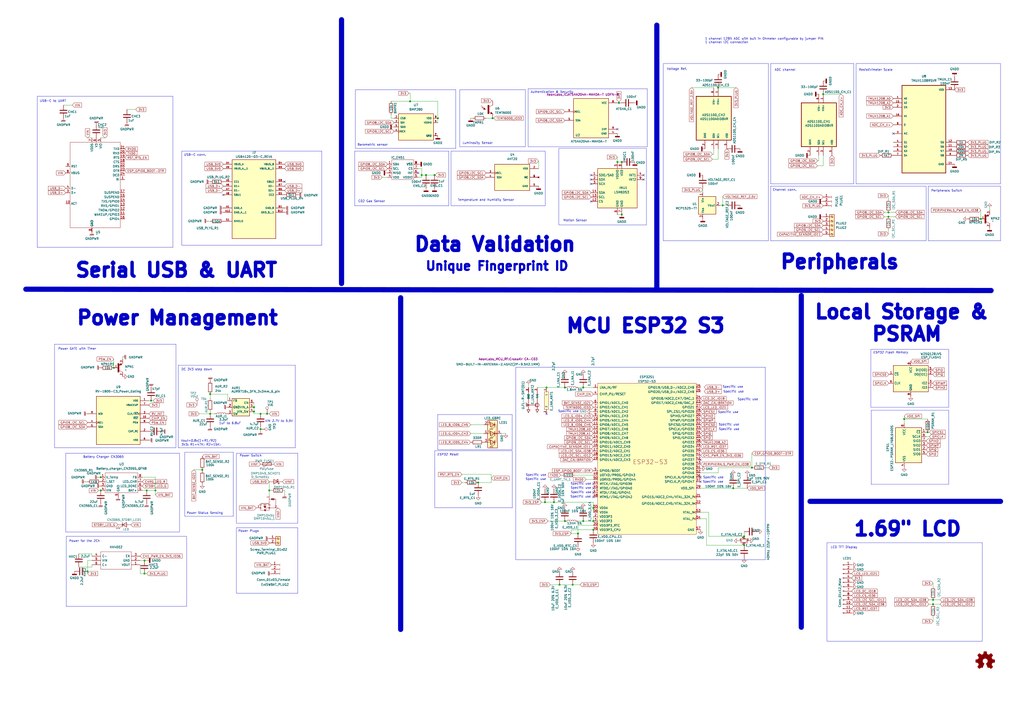
<source format=kicad_sch>
(kicad_sch (version 20240101) (generator "eeschema") (generator_version "8.99")
  (paper "A2")
  (title_block (title "S.D.A.D. -16-bit DAQ & Unique Fingerprint ID") (date "2022-10-28") (rev "11-2022") (company "AeonLabs (https://github.com/aeonSolutions)") (comment 1 "Creative Commons Share Alike non Commercial") (comment 2 "contact AeonLabs for a commercial/reseller license") (comment 3 "Smart DAQ capble to Deliver Dtata with a Unique Fingerprint ID"))
  (lib_symbols
    (symbol "AeonLabs_IC:ADS1100A0IDBVR" (pin_names (offset 1.016))
      (property "Reference" "U" (at -12.7 11.16 0))
      (property "Value" "ADS1100A0IDBVR" (at -11.43 -8.89 0))
      (symbol "ADS1100A0IDBVR_0_0"
        (pin input line (at -17.78 2.54 0) (length 5.08) (name "VIN+") (number "1"))
        (pin power_in line (at 17.78 -5.08 180) (length 5.08) (name "GND") (number "2"))
        (pin output line (at 17.78 2.54 180) (length 5.08) (name "SCL") (number "3"))
        (pin output line (at 17.78 0 180) (length 5.08) (name "SDA") (number "4"))
        (pin power_in line (at 17.78 7.62 180) (length 5.08) (name "VDD") (number "5"))
        (pin input line (at -17.78 0 0) (length 5.08) (name "VIN-") (number "6"))
      )
    )
    (symbol "AeonLabs_IC:CH9102F"
      (property "Reference" "U" (at 0.254 6.8072 0))
      (symbol "CH9102F_1_1"
        (pin power_in line (at 8.89 -22.86 90) (length 2.54) (name "GND") (number "0"))
        (pin input line (at 27.94 7.62 180) (length 2.54) (name "RI") (number "1"))
        (pin output line (at -6.35 -6.35 0) (length 2.54) (name "ACT") (number "10"))
        (pin bidirectional line (at 27.94 -12.7 180) (length 2.54) (name "WAKEUP/GPIO3") (number "11"))
        (pin bidirectional line (at 27.94 -10.16 180) (length 2.54) (name "TNOW/GPIO2") (number "12"))
        (pin bidirectional line (at 27.94 -7.62 180) (length 2.54) (name "RXS/GPIO1") (number "13"))
        (pin bidirectional line (at 27.94 -5.08 180) (length 2.54) (name "TXS/GPIO0") (number "14"))
        (pin output line (at 27.94 -2.54 180) (length 2.54) (name "SUSPEND") (number "15"))
        (pin bidirectional line (at 27.94 -15.24 180) (length 2.54) (name "GPIO4") (number "16"))
        (pin output line (at 27.94 0 180) (length 2.54) (name "SUSPEND") (number "17"))
        (pin input line (at 27.94 17.78 180) (length 2.54) (name "CTS") (number "18"))
        (pin output line (at 27.94 20.32 180) (length 2.54) (name "RTS") (number "19"))
        (pin power_in line (at 8.89 -22.86 90) (length 2.54) (name "GND") (number "2"))
        (pin input line (at 27.94 22.86 180) (length 2.54) (name "RXD") (number "20"))
        (pin output line (at 27.94 25.4 180) (length 2.54) (name "TXD") (number "21"))
        (pin input line (at 27.94 15.24 180) (length 2.54) (name "DRS") (number "22"))
        (pin output line (at 27.94 12.7 180) (length 2.54) (name "DTR") (number "23"))
        (pin input line (at 27.94 10.16 180) (length 2.54) (name "DCD") (number "24"))
        (pin bidirectional line (at -6.35 0 0) (length 2.54) (name "D+") (number "3"))
        (pin bidirectional line (at -6.35 2.54 0) (length 2.54) (name "D-") (number "4"))
        (pin power_in line (at 13.97 31.75 270) (length 2.54) (name "VIO") (number "5"))
        (pin power_in line (at 11.43 31.75 270) (length 2.54) (name "V3") (number "6"))
        (pin power_in line (at 8.89 31.75 270) (length 2.54) (name "VDD5") (number "7"))
        (pin input line (at -6.35 11.43 0) (length 2.54) (name "VBUS") (number "8"))
        (pin bidirectional line (at -6.35 15.24 0) (length 2.54) (name "RST") (number "9"))
      )
    )
    (symbol "AeonLabs_IC:TMUX1108RSVR" (pin_names (offset 1.016))
      (property "Reference" "U" (at -12.7 26.4 0))
      (property "Value" "TMUX1108RSVR" (at -12.7 -29.4 0))
      (symbol "TMUX1108RSVR_0_0"
        (pin input line (at -17.78 17.78 0) (length 5.08) (name "A0") (number "1"))
        (pin bidirectional line (at 17.78 -12.7 180) (length 5.08) (name "S7") (number "10"))
        (pin bidirectional line (at 17.78 -10.16 180) (length 5.08) (name "S6") (number "11"))
        (pin bidirectional line (at 17.78 -7.62 180) (length 5.08) (name "S5") (number "12"))
        (pin power_in line (at 17.78 22.86 180) (length 5.08) (name "VDD") (number "13"))
        (pin power_in line (at 17.78 -20.32 180) (length 5.08) (name "GND") (number "14"))
        (pin input line (at -17.78 15.24 0) (length 5.08) (name "A2") (number "15"))
        (pin bidirectional line (at -17.78 7.62 0) (length 5.08) (name "A1") (number "16"))
        (pin input line (at -17.78 12.7 0) (length 5.08) (name "EN") (number "2"))
        (pin bidirectional line (at -17.78 -2.54 0) (length 5.08) (name "NC") (number "3"))
        (pin bidirectional line (at -17.78 -7.62 0) (length 5.08) (name "S1") (number "4"))
        (pin bidirectional line (at -17.78 -10.16 0) (length 5.08) (name "S2") (number "5"))
        (pin bidirectional line (at -17.78 -12.7 0) (length 5.08) (name "S3") (number "6"))
        (pin bidirectional line (at -17.78 -15.24 0) (length 5.08) (name "S4") (number "7"))
        (pin bidirectional line (at -17.78 2.54 0) (length 5.08) (name "D") (number "8"))
        (pin bidirectional line (at 17.78 -15.24 180) (length 5.08) (name "S8") (number "9"))
      )
    )
    (symbol "AeonLabs_Power:Battery_charger_CN3065_QFN8"
      (property "Reference" "U3" (at -8.636 8.7884 0))
      (property "Value" "Battery_charger_CN3065_QFN8" (at 5.08 6.8072 0))
      (symbol "Battery_charger_CN3065_QFN8_1_1"
        (pin input line (at -11.43 2.54 0) (length 2.54) (name "V_Temp") (number "1"))
        (pin input line (at -11.43 0 0) (length 2.54) (name "I_SET") (number "2"))
        (pin output line (at -11.43 -2.54 0) (length 2.54) (name "GND") (number "3"))
        (pin input line (at -11.43 -5.08 0) (length 2.54) (name "VIN") (number "4"))
        (pin output line (at 12.7 -5.08 180) (length 2.54) (name "BAT+") (number "5"))
        (pin output line (at 12.7 -2.54 180) (length 2.54) (name "LED_DONE") (number "6"))
        (pin output line (at 12.7 0 180) (length 2.54) (name "LED_CHR") (number "7"))
        (pin input line (at 12.7 2.54 180) (length 2.54) (name "FB") (number "8"))
        (pin output line (at -1.27 -8.89 90) (length 2.54) (name "GND") (number "9"))
      )
    )
    (symbol "AeonLabs_Power:HX4002" (pin_names (offset 0.762))
      (property "Reference" "IC" (at 24.13 7.62 0))
      (property "Value" "HX4002" (at 24.13 5.08 0))
      (symbol "HX4002_0_0"
        (pin passive line (at 0 0 0) (length 5.08) (name "VOUT") (number "1"))
        (pin passive line (at 0 -2.54 0) (length 5.08) (name "GND") (number "2"))
        (pin passive line (at 0 -5.08 0) (length 5.08) (name "EN") (number "3"))
        (pin passive line (at 27.94 -5.08 180) (length 5.08) (name "C-") (number "4"))
        (pin passive line (at 27.94 -2.54 180) (length 5.08) (name "VIN") (number "5"))
        (pin passive line (at 27.94 0 180) (length 5.08) (name "C+") (number "6"))
      )
    )
    (symbol "AeonLabs_Power:NPN_SOT-23"
      (property "Reference" "U" (at -1.016 4.572 0))
      (symbol "NPN_SOT-23_1_0"
        (pin passive line (at -2.54 -1.27 0) (length 2.54) (name "") (number "1"))
        (pin passive line (at 2.54 -6.35 90) (length 2.54) (name "~") (number "2"))
        (pin passive line (at 2.54 3.81 270) (length 2.54) (name "~") (number "3"))
      )
    )
    (symbol "AeonLabs_Power:RV-1805-C3_Power_Gating" (pin_names (offset 1.016))
      (property "Reference" "U" (at -12.7 13.462 0))
      (property "Value" "RV-1805-C3_Power_Gating" (at -12.7 -16.002 0))
      (symbol "RV-1805-C3_Power_Gating_0_0"
        (pin power_in line (at 17.78 10.16 180) (length 5.08) (name "VDD") (number "1"))
        (pin output line (at 17.78 0 180) (length 5.08) (name "~{RST}") (number "10"))
        (pin output line (at 17.78 -7.62 180) (length 5.08) (name "CAP_RC") (number "2"))
        (pin output clock (at 17.78 2.54 180) (length 5.08) (name "CLK/~{INT}") (number "3"))
        (pin input clock (at -17.78 -2.54 0) (length 5.08) (name "SCL") (number "4"))
        (pin bidirectional line (at -17.78 -5.08 0) (length 5.08) (name "SDA") (number "5"))
        (pin power_in line (at 17.78 -12.7 180) (length 5.08) (name "VSS") (number "6"))
        (pin power_in line (at 17.78 7.62 180) (length 5.08) (name "VBACKUP") (number "7"))
        (pin output line (at 17.78 -2.54 180) (length 5.08) (name "PSW") (number "8"))
        (pin input line (at -17.78 2.54 0) (length 5.08) (name "WDI") (number "9"))
      )
    )
    (symbol "AeonLabs_Power:ST01S09_AUR9718x_DFN_3x3mm_6_pin"
      (property "Reference" "AUR2" (at -2.54 9.3472 0))
      (property "Value" "AUR9718x_DFN_3x3mm_6_pin" (at 5.334 6.8072 0))
      (symbol "ST01S09_AUR9718x_DFN_3x3mm_6_pin_1_1"
        (pin input line (at -10.16 3.81 0) (length 2.54) (name "FB") (number "1"))
        (pin output line (at -10.16 0 0) (length 2.54) (name "GND") (number "2"))
        (pin bidirectional line (at -10.16 -3.81 0) (length 2.54) (name "SW") (number "3"))
        (pin input line (at 5.08 -2.54 180) (length 2.54) (name "VIN_SW") (number "4"))
        (pin power_out line (at 5.08 0 180) (length 2.54) (name "VIN_A") (number "5"))
        (pin power_in line (at 5.08 2.54 180) (length 2.54) (name "EN") (number "6"))
        (pin output line (at -10.16 0 0) (length 2.54) (name "GND") (number "7"))
      )
    )
    (symbol "AeonLabs_Sensors:BMP280" (pin_names (offset 1.016))
      (property "Reference" "U" (at -10.1796 7.6347 0))
      (property "Value" "BMP280" (at -10.1693 -10.1693 0))
      (symbol "BMP280_0_0"
        (pin power_in line (at 12.7 -5.08 180) (length 2.54) (name "GND") (number "1"))
        (pin input line (at -12.7 5.08 0) (length 2.54) (name "CSB") (number "2"))
        (pin bidirectional line (at -12.7 2.54 0) (length 2.54) (name "SDI") (number "3"))
        (pin input clock (at -12.7 -2.54 0) (length 2.54) (name "SCK") (number "4"))
        (pin bidirectional line (at -12.7 0 0) (length 2.54) (name "SDO") (number "5"))
        (pin power_in line (at 12.7 2.54 180) (length 2.54) (name "VDDIO") (number "6"))
        (pin power_in line (at 12.7 -5.08 180) (length 2.54) (name "GND") (number "7"))
        (pin power_in line (at 12.7 5.08 180) (length 2.54) (name "VDD") (number "8"))
      )
    )
    (symbol "AeonLabs_Sensors:ENS160_Gas_Sensor"
      (property "Reference" "IC_ENS" (at -3.81 6.35 0))
      (symbol "ENS160_Gas_Sensor_1_1"
        (pin bidirectional line (at -8.89 2.54 0) (length 2.54) (name "SDA") (number "1"))
        (pin input line (at -8.89 0 0) (length 2.54) (name "SCL") (number "2"))
        (pin bidirectional line (at -8.89 -2.54 0) (length 2.54) (name "MISO") (number "3"))
        (pin power_in line (at -8.89 -5.08 0) (length 2.54) (name "VDD") (number "4"))
        (pin power_in line (at 8.89 -5.08 180) (length 2.54) (name "VDDIO") (number "5"))
        (pin output line (at 8.89 -2.54 180) (length 2.54) (name "INT") (number "6"))
        (pin input line (at 8.89 0 180) (length 2.54) (name "CS") (number "7"))
        (pin power_out line (at 8.89 2.54 180) (length 2.54) (name "VSS") (number "8"))
        (pin power_out line (at 8.89 2.54 180) (length 2.54) (name "VSS") (number "9"))
      )
    )
    (symbol "AeonLabs_connectors:USB4120-03-C_REVA" (pin_names (offset 1.016))
      (property "Reference" "J" (at -12.7 16.002 0))
      (property "Value" "USB4120-03-C_REVA" (at -12.7 -31.242 0))
      (symbol "USB4120-03-C_REVA_0_0"
        (pin power_in line (at -17.78 -12.7 0) (length 5.08) (name "GND_A") (number "A1"))
        (pin power_in line (at -17.78 -15.24 0) (length 5.08) (name "GND_A__1") (number "A12"))
        (pin power_in line (at -17.78 12.7 0) (length 5.08) (name "VBUS_A") (number "A4"))
        (pin bidirectional line (at -17.78 2.54 0) (length 5.08) (name "CC1") (number "A5"))
        (pin bidirectional line (at -17.78 0 0) (length 5.08) (name "D1+") (number "A6"))
        (pin bidirectional line (at -17.78 -2.54 0) (length 5.08) (name "D1-") (number "A7"))
        (pin bidirectional line (at -17.78 -5.08 0) (length 5.08) (name "SBU1") (number "A8"))
        (pin power_in line (at -17.78 10.16 0) (length 5.08) (name "VBUS_A__1") (number "A9"))
        (pin power_in line (at 17.78 -12.7 180) (length 5.08) (name "GND_B") (number "B1"))
        (pin power_in line (at 17.78 -15.24 180) (length 5.08) (name "GND_B__1") (number "B12"))
        (pin power_in line (at 17.78 12.7 180) (length 5.08) (name "VBUS_B") (number "B4"))
        (pin bidirectional line (at 17.78 -5.08 180) (length 5.08) (name "CC2") (number "B5"))
        (pin bidirectional line (at 17.78 -2.54 180) (length 5.08) (name "D2+") (number "B6"))
        (pin bidirectional line (at 17.78 0 180) (length 5.08) (name "D2-") (number "B7"))
        (pin bidirectional line (at 17.78 2.54 180) (length 5.08) (name "SBU2") (number "B8"))
        (pin power_in line (at 17.78 10.16 180) (length 5.08) (name "VBUS_B__1") (number "B9"))
        (pin passive line (at -17.78 -20.32 0) (length 5.08) (name "SHIELD") (number "S1"))
      )
    )
    (symbol "Connector:Conn_01x03_Female" (pin_names (offset 1.016) hide)
      (property "Reference" "J" (at 0 5.08 0))
      (property "Value" "Conn_01x03_Female" (at 0 -5.08 0))
      (symbol "Conn_01x03_Female_1_1"
        (pin passive line (at -5.08 2.54 0) (length 3.81) (name "Pin_1") (number "1"))
        (pin passive line (at -5.08 0 0) (length 3.81) (name "Pin_2") (number "2"))
        (pin passive line (at -5.08 -2.54 0) (length 3.81) (name "Pin_3") (number "3"))
      )
    )
    (symbol "Connector:Conn_01x12_Male" (pin_names (offset 1.016) hide)
      (property "Reference" "J" (at 0 15.24 0))
      (property "Value" "Conn_01x12_Male" (at 0 -17.78 0))
      (symbol "Conn_01x12_Male_1_1"
        (pin passive line (at 5.08 12.7 180) (length 3.81) (name "Pin_1") (number "1"))
        (pin passive line (at 5.08 -10.16 180) (length 3.81) (name "Pin_10") (number "10"))
        (pin passive line (at 5.08 -12.7 180) (length 3.81) (name "Pin_11") (number "11"))
        (pin passive line (at 5.08 -15.24 180) (length 3.81) (name "Pin_12") (number "12"))
        (pin passive line (at 5.08 10.16 180) (length 3.81) (name "Pin_2") (number "2"))
        (pin passive line (at 5.08 7.62 180) (length 3.81) (name "Pin_3") (number "3"))
        (pin passive line (at 5.08 5.08 180) (length 3.81) (name "Pin_4") (number "4"))
        (pin passive line (at 5.08 2.54 180) (length 3.81) (name "Pin_5") (number "5"))
        (pin passive line (at 5.08 0 180) (length 3.81) (name "Pin_6") (number "6"))
        (pin passive line (at 5.08 -2.54 180) (length 3.81) (name "Pin_7") (number "7"))
        (pin passive line (at 5.08 -5.08 180) (length 3.81) (name "Pin_8") (number "8"))
        (pin passive line (at 5.08 -7.62 180) (length 3.81) (name "Pin_9") (number "9"))
      )
    )
    (symbol "Connector:Screw_Terminal_01x02" (pin_names (offset 1.016) hide)
      (property "Reference" "J" (at 0 2.54 0))
      (property "Value" "Screw_Terminal_01x02" (at 0 -5.08 0))
      (symbol "Screw_Terminal_01x02_1_1"
        (pin passive line (at -5.08 0 0) (length 3.81) (name "Pin_1") (number "1"))
        (pin passive line (at -5.08 -2.54 0) (length 3.81) (name "Pin_2") (number "2"))
      )
    )
    (symbol "Connector:Screw_Terminal_01x05" (pin_names (offset 1.016) hide)
      (property "Reference" "J" (at 0 7.62 0))
      (property "Value" "Screw_Terminal_01x05" (at 0 -7.62 0))
      (symbol "Screw_Terminal_01x05_1_1"
        (pin passive line (at -5.08 5.08 0) (length 3.81) (name "Pin_1") (number "1"))
        (pin passive line (at -5.08 2.54 0) (length 3.81) (name "Pin_2") (number "2"))
        (pin passive line (at -5.08 0 0) (length 3.81) (name "Pin_3") (number "3"))
        (pin passive line (at -5.08 -2.54 0) (length 3.81) (name "Pin_4") (number "4"))
        (pin passive line (at -5.08 -5.08 0) (length 3.81) (name "Pin_5") (number "5"))
      )
    )
    (symbol "Connector:TestPoint" (pin_numbers hide) (pin_names (offset 0.762) hide)
      (property "Reference" "TP" (at 0 6.858 0))
      (property "Value" "TestPoint" (at 0 5.08 0))
      (symbol "TestPoint_1_1"
        (pin passive line (at 0 0 90) (length 2.54) (name "1") (number "1"))
      )
    )
    (symbol "Device:ATSHA204A-MAHDA-T" (pin_names (offset 1.016))
      (property "Reference" "U" (at -9.906 7.62 0))
      (property "Value" "ATSHA204A-MAHDA-T" (at -10.1854 -15.2654 0))
      (property "Footprint" "Package_SO:ATSHA204A Auth SOIC8" (at -7.112 14.478 0))
      (symbol "ATSHA204A-MAHDA-T_0_0"
        (pin power_in line (at 15.24 -10.16 180) (length 5.08) (name "GND") (number "4"))
        (pin bidirectional line (at -15.24 -2.54 0) (length 5.08) (name "SDA") (number "5"))
        (pin input clock (at -15.24 2.54 0) (length 5.08) (name "SCL") (number "6"))
        (pin power_in line (at 15.24 7.62 180) (length 5.08) (name "VCC") (number "8"))
        (pin power_in line (at 15.24 -7.62 180) (length 5.08) (name "EXP") (number "9"))
      )
    )
    (symbol "Device:C" (pin_numbers hide) (pin_names (offset 0.254))
      (property "Reference" "C" (at 0.635 2.54 0))
      (property "Value" "C" (at 0.635 -2.54 0))
      (symbol "C_1_1"
        (pin passive line (at 0 3.81 270) (length 2.794) (name "~") (number "1"))
        (pin passive line (at 0 -3.81 90) (length 2.794) (name "~") (number "2"))
      )
    )
    (symbol "Device:Crystal_GND24_Small" (pin_names (offset 1.016) hide)
      (property "Reference" "Y" (at 1.27 4.445 0))
      (property "Value" "Crystal_GND24_Small" (at 1.27 2.54 0))
      (symbol "Crystal_GND24_Small_1_1"
        (pin passive line (at -2.54 0 0) (length 1.27) (name "1") (number "1"))
        (pin passive line (at 0 -2.54 90) (length 0.635) (name "2") (number "2"))
        (pin passive line (at 2.54 0 180) (length 1.27) (name "3") (number "3"))
        (pin passive line (at 0 2.54 270) (length 0.635) (name "4") (number "4"))
      )
    )
    (symbol "Device:D_Schottky" (pin_numbers hide) (pin_names (offset 1.016) hide)
      (property "Reference" "D" (at 0 2.54 0))
      (property "Value" "D_Schottky" (at 0 -2.54 0))
      (symbol "D_Schottky_1_1"
        (pin passive line (at -3.81 0 0) (length 2.54) (name "K") (number "1"))
        (pin passive line (at 3.81 0 180) (length 2.54) (name "A") (number "2"))
      )
    )
    (symbol "Device:L" (pin_numbers hide) (pin_names (offset 1.016) hide)
      (property "Reference" "L" (at -1.27 0 90))
      (property "Value" "L" (at 1.905 0 90))
      (symbol "L_1_1"
        (pin passive line (at 0 3.81 270) (length 1.27) (name "1") (number "1"))
        (pin passive line (at 0 -3.81 90) (length 1.27) (name "2") (number "2"))
      )
    )
    (symbol "Device:LED" (pin_numbers hide) (pin_names (offset 1.016) hide)
      (property "Reference" "D" (at 0 2.54 0))
      (property "Value" "LED" (at 0 -2.54 0))
      (symbol "LED_1_1"
        (pin passive line (at -3.81 0 0) (length 2.54) (name "K") (number "1"))
        (pin passive line (at 3.81 0 180) (length 2.54) (name "A") (number "2"))
      )
    )
    (symbol "Device:LED_GBRC" (pin_names (offset 0) hide)
      (property "Reference" "D" (at 0 9.398 0))
      (property "Value" "Device_LED_GBRC" (at 0 -8.89 0))
      (symbol "LED_GBRC_0_0"
        (text "B" (at 1.905 -6.35 0) (effects (font (size 1.27 1.27))))
        (text "G" (at 1.905 -1.27 0) (effects (font (size 1.27 1.27))))
        (text "R" (at 1.905 3.81 0) (effects (font (size 1.27 1.27))))
      )
      (symbol "LED_GBRC_1_1"
        (pin passive line (at 5.08 0 180) (length 2.54) (name "GA") (number "1"))
        (pin passive line (at 5.08 -5.08 180) (length 2.54) (name "BA") (number "2"))
        (pin passive line (at 5.08 5.08 180) (length 2.54) (name "RA") (number "3"))
        (pin passive line (at -5.08 0 0) (length 2.54) (name "K") (number "4"))
      )
    )
    (symbol "Device:Polyfuse" (pin_numbers hide) (pin_names (offset 0))
      (property "Reference" "F" (at -2.54 0 90))
      (property "Value" "Polyfuse" (at 2.54 0 90))
      (symbol "Polyfuse_1_1"
        (pin passive line (at 0 3.81 270) (length 1.27) (name "~") (number "1"))
        (pin passive line (at 0 -3.81 90) (length 1.27) (name "~") (number "2"))
      )
    )
    (symbol "Device:R" (pin_numbers hide) (pin_names (offset 0))
      (property "Reference" "R" (at 2.032 0 90))
      (property "Value" "R" (at 0 0 90))
      (symbol "R_1_1"
        (pin passive line (at 0 3.81 270) (length 1.27) (name "~") (number "1"))
        (pin passive line (at 0 -3.81 90) (length 1.27) (name "~") (number "2"))
      )
    )
    (symbol "Device:SMD-BUILT-IN-ANTENNA-2.4GHZ(2P-9.5X2.1MM)" (pin_names (offset 1.016))
      (property "Reference" "ANT" (at -2.54 1.905 0))
      (property "Footprint" "RF_Antenna:AN9520_ANT2-SMD-9.5X2.1X1.0MM" (at -7.62 5.08 0))
      (symbol "SMD-BUILT-IN-ANTENNA-2.4GHZ(2P-9.5X2.1MM)_0_0"
        (pin bidirectional line (at -7.62 0 0) (length 2.54) (name "1") (number "1"))
        (pin bidirectional line (at 7.62 0 180) (length 2.54) (name "2") (number "2"))
      )
    )
    (symbol "Espressif:ESP32-S3" (pin_names (offset 1.016))
      (property "Reference" "U" (at 0 46.99 0))
      (property "Value" "ESP32-S3" (at 0 -43.18 0))
      (symbol "ESP32-S3_0_0"
        (text "ESP32-S3" (at 1.27 0 0) (effects (font (size 2.54 2.54))))
        (pin bidirectional line (at 30.48 -8.89 180) (length 2.54) (name "SPICLK_N/GPIO48") (number "36"))
        (pin bidirectional line (at 30.48 -11.43 180) (length 2.54) (name "SPICLK_P/GPIO47") (number "37"))
      )
      (symbol "ESP32-S3_1_1"
        (pin bidirectional line (at -31.75 43.18 0) (length 2.54) (name "LNA_IN/RF") (number "1"))
        (pin bidirectional line (at -31.75 24.13 0) (length 2.54) (name "GPIO5/ADC1_CH4") (number "10"))
        (pin bidirectional line (at -31.75 21.59 0) (length 2.54) (name "GPIO6/ADC1_CH5") (number "11"))
        (pin bidirectional line (at -31.75 19.05 0) (length 2.54) (name "GPIO7/ADC1_CH6") (number "12"))
        (pin bidirectional line (at -31.75 16.51 0) (length 2.54) (name "GPIO8/ADC1_CH7") (number "13"))
        (pin bidirectional line (at -31.75 13.97 0) (length 2.54) (name "GPIO9/ADC1_CH8") (number "14"))
        (pin bidirectional line (at -31.75 11.43 0) (length 2.54) (name "GPIO10/ADC1_CH9") (number "15"))
        (pin bidirectional line (at -31.75 8.89 0) (length 2.54) (name "GPIO11/ADC2_CH0") (number "16"))
        (pin bidirectional line (at -31.75 6.35 0) (length 2.54) (name "GPIO12/ADC2_CH1") (number "17"))
        (pin bidirectional line (at -31.75 3.81 0) (length 2.54) (name "GPIO13/ADC2_CH2") (number "18"))
        (pin bidirectional line (at -31.75 1.27 0) (length 2.54) (name "GPIO14/ADC2_CH3") (number "19"))
        (pin power_in line (at -31.75 -31.75 0) (length 2.54) (name "VDD3P3") (number "2"))
        (pin power_in line (at -31.75 -36.83 0) (length 2.54) (name "VDD3P3_RTC") (number "20"))
        (pin input clock (at 30.48 -20.32 180) (length 2.54) (name "GPIO15/ADC2_CH4/XTAL_32K_P") (number "21"))
        (pin output clock (at 30.48 -24.13 180) (length 2.54) (name "GPIO16/ADC2_CH5/XTAL_32K_N") (number "22"))
        (pin bidirectional line (at 30.48 34.29 180) (length 2.54) (name "GPIO17/ADC2_CH6/DAC_2") (number "23"))
        (pin bidirectional line (at 30.48 36.83 180) (length 2.54) (name "GPIO18/ADC2_CH7/DAC_1") (number "24"))
        (pin bidirectional line (at 30.48 43.18 180) (length 2.54) (name "GPIO19/USB_D-/ADC2_CH8") (number "25"))
        (pin bidirectional line (at 30.48 40.64 180) (length 2.54) (name "GPIO20/USB_D+/ADC2_CH9") (number "26"))
        (pin bidirectional line (at 30.48 31.75 180) (length 2.54) (name "GPIO21") (number "27"))
        (pin bidirectional line (at 30.48 29.21 180) (length 2.54) (name "SPI_CS1/GPIO26") (number "28"))
        (pin power_out line (at 30.48 -15.24 180) (length 2.54) (name "VDD_SPI") (number "29"))
        (pin power_in line (at -31.75 -34.29 0) (length 2.54) (name "VDD3P3") (number "3"))
        (pin bidirectional line (at 30.48 26.67 180) (length 2.54) (name "SPIHD/GPIO27") (number "30"))
        (pin bidirectional line (at 30.48 24.13 180) (length 2.54) (name "SPIWP/GPIO28") (number "31"))
        (pin bidirectional line (at 30.48 21.59 180) (length 2.54) (name "SPICS0/GPIO29") (number "32"))
        (pin bidirectional line (at 30.48 19.05 180) (length 2.54) (name "SPICLK/GPIO30") (number "33"))
        (pin bidirectional line (at 30.48 16.51 180) (length 2.54) (name "SPIQ/GPIO31") (number "34"))
        (pin bidirectional line (at 30.48 13.97 180) (length 2.54) (name "SPID/GPIO32") (number "35"))
        (pin bidirectional line (at 30.48 11.43 180) (length 2.54) (name "GPIO33") (number "38"))
        (pin bidirectional line (at 30.48 8.89 180) (length 2.54) (name "GPIO34") (number "39"))
        (pin input line (at -31.75 39.37 0) (length 2.54) (name "CHIP_PU/RESET") (number "4"))
        (pin bidirectional line (at 30.48 6.35 180) (length 2.54) (name "GPIO35") (number "40"))
        (pin bidirectional line (at 30.48 3.81 180) (length 2.54) (name "GPIO36") (number "41"))
        (pin bidirectional line (at 30.48 1.27 180) (length 2.54) (name "GPIO37") (number "42"))
        (pin bidirectional line (at 30.48 -1.27 180) (length 2.54) (name "GPIO38") (number "43"))
        (pin bidirectional line (at -31.75 -12.7 0) (length 2.54) (name "MTCK/JTAG/GPIO39") (number "44"))
        (pin bidirectional line (at -31.75 -15.24 0) (length 2.54) (name "MTDO/JTAG/GPIO40") (number "45"))
        (pin power_in line (at -31.75 -39.37 0) (length 2.54) (name "VDD3P3_CPU") (number "46"))
        (pin bidirectional line (at -31.75 -17.78 0) (length 2.54) (name "MTDI/JTAG/GPIO41") (number "47"))
        (pin bidirectional line (at -31.75 -20.32 0) (length 2.54) (name "MTMS/JTAG/GPIO42") (number "48"))
        (pin bidirectional line (at -31.75 -7.62 0) (length 2.54) (name "U0TXD/PROG/GPIO43") (number "49"))
        (pin bidirectional line (at -31.75 -5.08 0) (length 2.54) (name "GPIO0/BOOT") (number "5"))
        (pin bidirectional line (at -31.75 -10.16 0) (length 2.54) (name "U0RXD/PROG/GPIO44") (number "50"))
        (pin bidirectional line (at 30.48 -3.81 180) (length 2.54) (name "GPIO45") (number "51"))
        (pin bidirectional line (at 30.48 -6.35 180) (length 2.54) (name "GPIO46") (number "52"))
        (pin input clock (at 30.48 -29.21 180) (length 2.54) (name "XTAL_N") (number "53"))
        (pin output clock (at 30.48 -33.02 180) (length 2.54) (name "XTAL_P") (number "54"))
        (pin power_in line (at -31.75 -26.67 0) (length 2.54) (name "VDDA") (number "55"))
        (pin power_in line (at -31.75 -29.21 0) (length 2.54) (name "VDDA") (number "56"))
        (pin power_in line (at 30.48 -39.37 180) (length 2.54) (name "GND") (number "57"))
        (pin bidirectional line (at -31.75 34.29 0) (length 2.54) (name "GPIO1/ADC1_CH0") (number "6"))
        (pin bidirectional line (at -31.75 31.75 0) (length 2.54) (name "GPIO2/ADC1_CH1") (number "7"))
        (pin bidirectional line (at -31.75 29.21 0) (length 2.54) (name "GPIO3/ADC1_CH2") (number "8"))
        (pin bidirectional line (at -31.75 26.67 0) (length 2.54) (name "GPIO4/ADC1_CH3") (number "9"))
      )
    )
    (symbol "Graphic:Logo_Open_Hardware_Small" (pin_names (offset 1.016)))
    (symbol "Memory_Flash:SPI_Flash_W25Q128JVS"
      (property "Reference" "ESP_FLASH1" (at -12.7 11.43 0))
      (property "Value" "W25Q128JVS" (at -14.478 9.398 0))
      (symbol "SPI_Flash_W25Q128JVS_1_1"
        (pin input line (at -12.7 2.54 0) (length 2.54) (name "~{CS}") (number "1"))
        (pin bidirectional line (at 12.7 2.54 180) (length 2.54) (name "DO(IO1)") (number "2"))
        (pin bidirectional line (at 12.7 -2.54 180) (length 2.54) (name "IO2") (number "3"))
        (pin power_in line (at 0 -10.16 90) (length 2.54) (name "GND") (number "4"))
        (pin bidirectional line (at 12.7 5.08 180) (length 2.54) (name "DI(IO0)") (number "5"))
        (pin input line (at -12.7 -2.54 0) (length 2.54) (name "CLK") (number "6"))
        (pin bidirectional line (at 12.7 -5.08 180) (length 2.54) (name "IO3") (number "7"))
        (pin power_in line (at 0 10.16 270) (length 2.54) (name "VCC") (number "8"))
        (pin power_in line (at 0 -10.16 90) (length 2.54) (name "GND") (number "9"))
      )
    )
    (symbol "Memory_RAM:ESP32-PSRAM_LY68L6400S"
      (property "Reference" "EPS" (at -5.08 0.508 0))
      (property "Value" "ESP32-PSRAM_LY68L6400S" (at -12.192 23.368 0))
      (symbol "ESP32-PSRAM_LY68L6400S_1_1"
        (pin input line (at 10.16 7.62 180) (length 2.54) (name "~{CE}") (number "1"))
        (pin input line (at 10.16 -2.54 180) (length 2.54) (name "SIO1") (number "2"))
        (pin bidirectional line (at 10.16 0 180) (length 2.54) (name "SIO2") (number "3"))
        (pin power_in line (at -2.54 -12.7 90) (length 2.54) (name "VSS") (number "4"))
        (pin output line (at 10.16 -5.08 180) (length 2.54) (name "SiO0") (number "5"))
        (pin output line (at 10.16 5.08 180) (length 2.54) (name "SCLK") (number "6"))
        (pin bidirectional line (at 10.16 2.54 180) (length 2.54) (name "SIO3") (number "7"))
        (pin power_in line (at -2.54 12.7 270) (length 2.54) (name "VCC") (number "8"))
      )
    )
    (symbol "RF:U.FL-R-SMT(01)" (pin_names (offset 1.016))
      (property "Reference" "J" (at -3.81 4.064 0))
      (property "Value" "U.FL-R-SMT(01)" (at -4.318 -5.588 0))
      (symbol "U.FL-R-SMT(01)_0_0"
        (pin passive line (at -10.16 -2.54 0) (length 2.54) (name "GND") (number "1"))
        (pin passive line (at -10.16 -2.54 0) (length 2.54) (name "GND") (number "2"))
        (pin passive line (at -10.16 2.54 0) (length 2.54) (name "SIG") (number "3"))
      )
    )
    (symbol "Reference_Voltage:MCP1525-TT"
      (property "Reference" "U" (at 1.27 8.255 0))
      (property "Value" "MCP1525-TT" (at 1.27 6.35 0))
      (symbol "MCP1525-TT_1_1"
        (pin power_in line (at 0 7.62 270) (length 2.54) (name "Vin") (number "1"))
        (pin power_out line (at 10.16 0 180) (length 2.54) (name "Vout") (number "2"))
        (pin power_in line (at 0 -7.62 90) (length 2.54) (name "Vss") (number "3"))
      )
    )
    (symbol "Sensor:AHT20" (pin_names (offset 1.016))
      (property "Reference" "U" (at -10.16 8.509 0))
      (property "Value" "AHT20" (at -10.16 -10.16 0))
      (symbol "AHT20_0_0"
        (pin no_connect line (at 15.24 0 180) (length 5.08) (name "NC") (number "1"))
        (pin power_in line (at 15.24 5.08 180) (length 5.08) (name "VDD") (number "2"))
        (pin input clock (at -15.24 2.54 0) (length 5.08) (name "SCL") (number "3"))
        (pin bidirectional line (at -15.24 0 0) (length 5.08) (name "SDA") (number "4"))
        (pin power_in line (at 15.24 -5.08 180) (length 5.08) (name "GND") (number "5"))
        (pin no_connect line (at 15.24 0 180) (length 5.08) (name "NC") (number "6"))
      )
    )
    (symbol "Sensor_Motion:LSM6DS3"
      (property "Reference" "U" (at -11.43 15.24 0))
      (property "Value" "LSM6DS3" (at -11.43 12.7 0))
      (symbol "LSM6DS3_1_1"
        (pin bidirectional line (at -15.24 7.62 0) (length 3.81) (name "SDO/SA0") (number "1"))
        (pin no_connect line (at 10.16 -5.08 180) (length 3.81) hide (name "NC") (number "10"))
        (pin no_connect line (at 10.16 -2.54 180) (length 3.81) hide (name "NC") (number "11"))
        (pin input line (at -15.24 -7.62 0) (length 3.81) (name "CS") (number "12"))
        (pin input line (at -15.24 -5.08 0) (length 3.81) (name "SCL") (number "13"))
        (pin bidirectional line (at -15.24 -2.54 0) (length 3.81) (name "SDA") (number "14"))
        (pin bidirectional line (at -15.24 5.08 0) (length 3.81) (name "SDX") (number "2"))
        (pin input line (at -15.24 2.54 0) (length 3.81) (name "SCX") (number "3"))
        (pin output line (at 15.24 7.62 180) (length 3.81) (name "INT1") (number "4"))
        (pin power_in line (at 0 15.24 270) (length 3.81) (name "VDDIO") (number "5"))
        (pin power_in line (at 0 -15.24 90) (length 3.81) (name "GND") (number "6"))
        (pin power_in line (at 2.54 -15.24 90) (length 3.81) (name "GND") (number "7"))
        (pin power_in line (at 2.54 15.24 270) (length 3.81) (name "VDD") (number "8"))
        (pin output line (at 15.24 5.08 180) (length 3.81) (name "INT2") (number "9"))
      )
    )
    (symbol "TEMT6000_1" (pin_numbers hide) (pin_names (offset 1.016) hide)
      (property "Reference" "U" (at 5.08 2.54 0))
      (property "Value" "TEMT6000" (at 5.08 -5.08 0))
      (symbol "TEMT6000_1_0_0"
        (pin passive line (at 2.54 5.08 270) (length 2.54) (name "~") (number "COLLECTOR"))
        (pin passive line (at 2.54 -5.08 90) (length 2.54) (name "~") (number "EMITTER"))
      )
    )
    (symbol "Transistor_FET:DMP1045U" (pin_names (offset 1.016))
      (property "Reference" "Q" (at -10.16 7.62 0))
      (property "Value" "DMP1045U" (at -10.16 -7.62 0))
      (symbol "DMP1045U_0_0"
        (pin passive line (at -5.08 2.54 0) (length 2.54) (name "~") (number "1"))
        (pin passive line (at 2.54 7.62 270) (length 2.54) (name "~") (number "2"))
        (pin passive line (at 2.54 -5.08 90) (length 2.54) (name "~") (number "3"))
      )
    )
    (symbol "power:GND" (power) (pin_names (offset 0))
      (property "Value" "GND" (at 0 -3.81 0))
      (symbol "GND_1_1"
        (pin power_in line (at 0 0 270) (length 0) hide (name "GND") (number "1"))
      )
    )
    (symbol "power:GNDD" (power) (pin_names (offset 0))
      (property "Value" "GNDD" (at 0 -3.175 0))
      (symbol "GNDD_1_1"
        (pin power_in line (at 0 0 270) (length 0) hide (name "GNDD") (number "1"))
      )
    )
    (symbol "power:GNDPWR" (power) (pin_numbers hide) (pin_names (offset 0) hide)
      (property "Value" "GNDPWR" (at 0 -3.302 0))
      (symbol "GNDPWR_1_1"
        (pin power_in line (at 0 0 270) (length 0) (name "~") (number "1"))
      )
    )
  )
  (junction (at 332.1812 339.1662))
  (junction (at 247.142 101.5492))
  (junction (at 316.992 224.79))
  (junction (at 425.323 283.21))
  (junction (at 237.8964 58.801))
  (junction (at 321.31 291.338))
  (junction (at 477.52 54.61))
  (junction (at 344.17 302.26))
  (junction (at 285.75 68.58))
  (junction (at 524.51 243.078))
  (junction (at 416.56 50.8))
  (junction (at 324.5612 339.1662))
  (junction (at 360.6546 93.98))
  (junction (at 117.348 272.542))
  (junction (at 83.82 325.12))
  (junction (at 344.17 294.64))
  (junction (at 254 68.58))
  (junction (at 156.21 284.48))
  (junction (at 419.227 119.126))
  (junction (at 252.0188 101.5492))
  (junction (at 327.66 224.79))
  (junction (at 87.63 232.41))
  (junction (at 151.13 248.92))
  (junction (at 121.92 228.6))
  (junction (at 515.366 125.73))
  (junction (at 90.17 284.48))
  (junction (at 431.673 316.23))
  (junction (at 541.2486 350.4946))
  (junction (at 359.029 59.69))
  (junction (at 538.099 250.698))
  (junction (at 58.42 284.48))
  (junction (at 50.8 331.47))
  (junction (at 316.1284 291.338))
  (junction (at 344.17 307.34))
  (junction (at 154.94 240.03))
  (junction (at 515.366 123.19))
  (junction (at 335.28 309.499))
  (junction (at 327.66 302.26))
  (junction (at 58.42 276.86))
  (junction (at 360.68 124.46))
  (junction (at 358.14 93.98))
  (junction (at 568.96 127))
  (junction (at 338.328 302.26))
  (junction (at 66.04 213.36))
  (junction (at 277.368 279.908))
  (junction (at 541.2486 347.9546))
  (junction (at 85.09 284.48))
  (junction (at 147.32 238.76))
  (junction (at 431.673 311.15))
  (junction (at 244.602 101.5492))
  (junction (at 436.1688 271.272))
  (junction (at 147.32 236.22))
  (junction (at 83.82 332.74))
  (junction (at 121.92 240.03))
  (junction (at 151.13 240.03))
  (junction (at 338.328 224.79))
  (no_connect (at 242.57 100.33))
  (no_connect (at 342.9 104.14))
  (no_connect (at 129.54 113.03))
  (no_connect (at 406.4 279.4))
  (no_connect (at 373.38 101.6))
  (no_connect (at 373.38 104.14))
  (no_connect (at 344.17 288.29))
  (no_connect (at 342.9 106.68))
  (no_connect (at 344.17 283.21))
  (no_connect (at 518.16 77.47))
  (no_connect (at 344.17 280.67))
  (no_connect (at 406.4 266.7))
  (no_connect (at 406.4 276.86))
  (no_connect (at 358.14 74.93))
  (no_connect (at 344.17 285.75))
  (no_connect (at 342.9 101.6))
  (no_connect (at 165.1 105.41))
  (no_connect (at 342.9 116.84))
  (no_connect (at 317.0174 240.0554))
  (polyline (pts (xy 550.291 237.998) (xy 505.333 237.998)))
  (wire (pts (xy 311.658 224.79) (xy 316.992 224.79)))
  (polyline (pts (xy 107.188 262.382) (xy 107.188 299.466)))
  (wire (pts (xy 344.17 304.8) (xy 335.28 304.8)))
  (wire (pts (xy 151.13 240.03) (xy 154.94 240.03)))
  (wire (pts (xy 360.68 93.98) (xy 360.6546 93.98)))
  (polyline (pts (xy 297.18 261.493) (xy 297.18 294.64)))
  (wire (pts (xy 237.8964 58.801) (xy 254 58.801)))
  (polyline (pts (xy 375.539 51.562) (xy 375.539 85.09)))
  (wire (pts (xy 165.1 287.02) (xy 165.1 284.48)))
  (wire (pts (xy 285.242 58.42) (xy 285.75 58.42)))
  (wire (pts (xy 338.328 302.26) (xy 344.17 302.26)))
  (polyline (pts (xy 505.206 202.692) (xy 550.291 202.692)))
  (wire (pts (xy 344.17 291.338) (xy 344.17 294.64)))
  (wire (pts (xy 71.12 207.01) (xy 71.12 208.28)))
  (wire (pts (xy 82.55 284.48) (xy 85.09 284.48)))
  (wire (pts (xy 280.67 246.38) (xy 273.05 246.38)))
  (wire (pts (xy 414.02 86.36) (xy 414.02 89.4334)))
  (wire (pts (xy 244.602 101.5492) (xy 247.142 101.5492)))
  (wire (pts (xy 87.63 232.41) (xy 86.36 232.41)))
  (wire (pts (xy 319.2272 339.1662) (xy 324.5612 339.1662)))
  (wire (pts (xy 524.51 243.078) (xy 524.51 245.618)))
  (wire (pts (xy 421.64 119.126) (xy 419.227 119.126)))
  (wire (pts (xy 515.366 125.73) (xy 519.43 125.73)))
  (wire (pts (xy 50.8 80.01) (xy 53.34 80.01)))
  (wire (pts (xy 85.09 284.48) (xy 90.17 284.48)))
  (wire (pts (xy 574.04 120.65) (xy 574.04 121.92)))
  (wire (pts (xy 117.348 272.542) (xy 117.348 273.177)))
  (wire (pts (xy 252.0188 101.5238) (xy 252.0188 101.5492)))
  (polyline (pts (xy 232.41 172.72) (xy 232.41 365.125)) (stroke (width 3)))
  (wire (pts (xy 359.029 59.69) (xy 359.9942 59.69)))
  (wire (pts (xy 331.343 309.499) (xy 331.343 307.34)))
  (wire (pts (xy 147.32 238.76) (xy 147.32 240.03)))
  (wire (pts (xy 73.66 63.5) (xy 78.74 63.5)))
  (polyline (pts (xy 253.873 260.7818) (xy 297.053 260.7818)))
  (wire (pts (xy 281.94 68.58) (xy 285.75 68.58)))
  (wire (pts (xy 58.42 276.4028) (xy 58.42 276.86)))
  (wire (pts (xy 416.56 86.36) (xy 416.56 92.3544)))
  (wire (pts (xy 156.21 279.4) (xy 156.21 284.48)))
  (wire (pts (xy 274.32 68.58) (xy 273.05 68.58)))
  (wire (pts (xy 335.28 224.79) (xy 338.328 224.79)))
  (wire (pts (xy 335.28 304.8) (xy 335.28 309.499)))
  (polyline (pts (xy 103.378 259.715) (xy 103.378 211.836)))
  (polyline (pts (xy 464.82 171.45) (xy 464.82 363.855)) (stroke (width 3)))
  (polyline (pts (xy 443.992 213.106) (xy 443.992 324.612)))
  (wire (pts (xy 515.366 123.19) (xy 519.43 123.19)))
  (wire (pts (xy 316.1284 291.3888) (xy 316.1284 291.338)))
  (wire (pts (xy 360.68 124.46) (xy 358.14 124.46)))
  (wire (pts (xy 538.099 250.698) (xy 539.115 250.698)))
  (wire (pts (xy 66.04 208.28) (xy 66.04 213.36)))
  (polyline (pts (xy 381 14.605) (xy 381 167.64)) (stroke (width 3)))
  (wire (pts (xy 242.57 102.87) (xy 244.602 102.87)))
  (wire (pts (xy 431.673 308.356) (xy 431.673 311.15)))
  (wire (pts (xy 53.34 322.58) (xy 53.34 321.31)))
  (wire (pts (xy 339.979 278.13) (xy 344.17 278.13)))
  (wire (pts (xy 431.673 311.15) (xy 411.099 311.15)))
  (wire (pts (xy 568.96 121.92) (xy 568.96 127)))
  (polyline (pts (xy 505.333 237.998) (xy 505.333 239.268)))
  (wire (pts (xy 409.829 300.99) (xy 406.4 300.99)))
  (polyline (pts (xy 253.873 240.4618) (xy 253.873 260.7818)))
  (wire (pts (xy 112.395 272.542) (xy 117.348 272.542)))
  (wire (pts (xy 321.31 291.338) (xy 316.1284 291.338)))
  (wire (pts (xy 541.2486 338.3026) (xy 541.2486 340.3346)))
  (wire (pts (xy 83.82 325.12) (xy 85.09 325.12)))
  (wire (pts (xy 321.31 291.338) (xy 344.17 291.338)))
  (polyline (pts (xy 252.222 261.493) (xy 297.18 261.493)))
  (wire (pts (xy 151.13 250.19) (xy 151.13 248.92)))
  (wire (pts (xy 244.602 97.79) (xy 244.602 101.5492)))
  (wire (pts (xy 344.17 294.64) (xy 344.17 297.18)))
  (wire (pts (xy 252.0188 101.5492) (xy 252.476 101.5492)))
  (polyline (pts (xy 135.382 299.466) (xy 107.188 299.466)))
  (wire (pts (xy 541.2486 347.9546) (xy 545.3126 347.9546)))
  (wire (pts (xy 316.1284 291.2872) (xy 316.1284 291.338)))
  (wire (pts (xy 121.92 228.6) (xy 121.92 231.14)))
  (wire (pts (xy 332.1812 339.1662) (xy 336.4738 339.1662)))
  (wire (pts (xy 413.2326 92.3544) (xy 416.56 92.3544)))
  (wire (pts (xy 156.21 284.48) (xy 156.21 287.02)))
  (polyline (pts (xy 297.053 240.4618) (xy 253.873 240.4618)))
  (wire (pts (xy 541.2486 350.4946) (xy 545.3126 350.4946)))
  (wire (pts (xy 267.97 275.209) (xy 284.988 275.209)))
  (wire (pts (xy 416.56 50.8) (xy 426.9994 50.8)))
  (polyline (pts (xy 14.986 167.767) (xy 574.929 168.529)) (stroke (width 3)))
  (wire (pts (xy 425.323 283.21) (xy 433.451 283.21)))
  (wire (pts (xy 360.6546 93.98) (xy 358.14 93.98)))
  (wire (pts (xy 409.829 316.23) (xy 431.673 316.23)))
  (wire (pts (xy 284.988 279.908) (xy 277.368 279.908)))
  (wire (pts (xy 154.94 240.03) (xy 156.21 240.03)))
  (polyline (pts (xy 103.378 211.836) (xy 171.323 211.836)))
  (wire (pts (xy 416.687 271.272) (xy 436.1688 271.272)))
  (polyline (pts (xy 297.307 294.513) (xy 252.222 294.513)))
  (wire (pts (xy 244.602 101.5492) (xy 244.602 102.87)))
  (wire (pts (xy 411.099 297.18) (xy 411.099 311.15)))
  (wire (pts (xy 284.988 275.209) (xy 284.988 279.908)))
  (wire (pts (xy 343.281 238.76) (xy 344.17 238.76)))
  (wire (pts (xy 524.51 243.078) (xy 538.099 243.078)))
  (wire (pts (xy 254 58.801) (xy 254 68.58)))
  (wire (pts (xy 252.0442 101.5238) (xy 252.0188 101.5238)))
  (wire (pts (xy 237.2106 54.1274) (xy 237.8964 54.1274)))
  (wire (pts (xy 474.98 90.17) (xy 474.98 93.2434)))
  (wire (pts (xy 226.8474 58.801) (xy 237.8964 58.801)))
  (wire (pts (xy 121.92 228.6) (xy 132.08 228.6)))
  (wire (pts (xy 515.366 113.538) (xy 515.366 115.57)))
  (wire (pts (xy 81.28 332.74) (xy 83.82 332.74)))
  (wire (pts (xy 147.32 236.22) (xy 147.32 238.76)))
  (polyline (pts (xy 306.324 85.09) (xy 306.324 51.562)))
  (wire (pts (xy 358.14 91.186) (xy 358.14 93.98)))
  (wire (pts (xy 237.8964 54.1274) (xy 237.8964 58.801)))
  (wire (pts (xy 512.953 125.73) (xy 515.366 125.73)))
  (polyline (pts (xy 299.212 324.612) (xy 299.212 213.106)))
  (polyline (pts (xy 107.188 262.382) (xy 135.382 262.382)))
  (polyline (pts (xy 505.333 280.924) (xy 550.291 280.924)))
  (wire (pts (xy 53.34 327.66) (xy 53.34 328.93)))
  (wire (pts (xy 561.3146 85.09) (xy 561.34 85.09)))
  (wire (pts (xy 344.17 299.72) (xy 344.17 302.26)))
  (wire (pts (xy 221.6912 102.87) (xy 224.79 102.87)))
  (wire (pts (xy 53.34 321.31) (xy 45.72 321.31)))
  (wire (pts (xy 407.67 109.22) (xy 407.67 111.506)))
  (polyline (pts (xy 505.206 236.22) (xy 505.206 202.692)))
  (wire (pts (xy 321.3608 291.3888) (xy 321.31 291.3888)))
  (wire (pts (xy 344.043 273.05) (xy 344.17 273.05)))
  (wire (pts (xy 316.992 224.79) (xy 327.66 224.79)))
  (wire (pts (xy 50.8 325.12) (xy 53.34 325.12)))
  (wire (pts (xy 314.0964 291.2872) (xy 316.1284 291.2872)))
  (wire (pts (xy 359.029 59.0296) (xy 359.029 59.69)))
  (polyline (pts (xy 171.323 211.836) (xy 171.323 259.715)))
  (wire (pts (xy 541.2486 358.1146) (xy 541.2486 360.4006)))
  (wire (pts (xy 419.227 119.126) (xy 417.83 119.126)))
  (wire (pts (xy 124.46 240.03) (xy 121.92 240.03)))
  (wire (pts (xy 254 68.58) (xy 254 71.12)))
  (wire (pts (xy 416.687 274.32) (xy 416.687 271.272)))
  (wire (pts (xy 226.8474 68.58) (xy 228.6 68.58)))
  (wire (pts (xy 50.8 325.12) (xy 50.8 331.47)))
  (wire (pts (xy 445.9478 271.272) (xy 444.1698 271.272)))
  (wire (pts (xy 429.133 313.69) (xy 428.498 313.69)))
  (polyline (pts (xy 135.382 262.382) (xy 135.382 299.466)))
  (wire (pts (xy 58.42 276.86) (xy 57.15 276.86)))
  (polyline (pts (xy 252.222 294.513) (xy 252.222 261.493)))
  (polyline (pts (xy 198.12 11.43) (xy 198.12 164.465)) (stroke (width 3)))
  (wire (pts (xy 132.08 228.6) (xy 132.08 232.41)))
  (wire (pts (xy 409.829 316.23) (xy 409.829 300.99)))
  (wire (pts (xy 90.17 284.48) (xy 90.17 287.02)))
  (wire (pts (xy 90.17 276.86) (xy 90.17 284.48)))
  (wire (pts (xy 115.57 240.03) (xy 121.92 240.03)))
  (wire (pts (xy 117.348 272.415) (xy 117.348 272.542)))
  (wire (pts (xy 335.28 309.499) (xy 331.343 309.499)))
  (wire (pts (xy 247.142 101.5492) (xy 252.0188 101.5492)))
  (wire (pts (xy 290.83 251.46) (xy 293.37 251.46)))
  (wire (pts (xy 333.502 275.59) (xy 344.17 275.59)))
  (wire (pts (xy 436.1688 263.017) (xy 436.1688 271.272)))
  (wire (pts (xy 538.099 250.698) (xy 537.21 250.698)))
  (wire (pts (xy 474.2688 93.2434) (xy 474.98 93.2434)))
  (wire (pts (xy 477.52 90.17) (xy 477.52 96.1644)))
  (polyline (pts (xy 550.291 236.22) (xy 505.206 236.22)))
  (wire (pts (xy 88.9 232.41) (xy 87.63 232.41)))
  (wire (pts (xy 120.65 128.27) (xy 121.92 128.27)))
  (wire (pts (xy 419.227 114.046) (xy 419.227 119.126)))
  (polyline (pts (xy 443.992 324.612) (xy 299.212 324.612)))
  (wire (pts (xy 436.5498 271.272) (xy 436.1688 271.272)))
  (wire (pts (xy 81.28 327.66) (xy 81.28 332.74)))
  (wire (pts (xy 316.1538 291.3888) (xy 316.1284 291.3888)))
  (wire (pts (xy 53.34 328.93) (xy 45.72 328.93)))
  (wire (pts (xy 539.115 253.238) (xy 537.21 253.238)))
  (wire (pts (xy 242.57 97.79) (xy 244.602 97.79)))
  (wire (pts (xy 157.48 284.48) (xy 156.21 284.48)))
  (polyline (pts (xy 550.291 202.692) (xy 550.291 236.22)))
  (wire (pts (xy 147.32 240.03) (xy 151.13 240.03)))
  (wire (pts (xy 413.3088 89.4334) (xy 414.02 89.4334)))
  (wire (pts (xy 431.673 323.977) (xy 431.673 323.85)))
  (wire (pts (xy 83.82 332.74) (xy 85.09 332.74)))
  (wire (pts (xy 425.323 275.59) (xy 425.323 275.463)))
  (wire (pts (xy 306.578 223.266) (xy 306.578 224.79)))
  (wire (pts (xy 267.97 279.908) (xy 269.748 279.908)))
  (polyline (pts (xy 505.333 239.395) (xy 505.333 280.924)))
  (wire (pts (xy 60.96 80.01) (xy 58.42 80.01)))
  (wire (pts (xy 338.328 224.79) (xy 344.17 224.79)))
  (wire (pts (xy 477.52 54.61) (xy 487.9594 54.61)))
  (wire (pts (xy 474.1926 96.1644) (xy 477.52 96.1644)))
  (wire (pts (xy 50.8 331.47) (xy 50.8 332.74)))
  (polyline (pts (xy 297.053 260.7818) (xy 297.053 240.4618)))
  (wire (pts (xy 121.92 240.03) (xy 121.92 238.76)))
  (wire (pts (xy 331.343 307.34) (xy 344.17 307.34)))
  (wire (pts (xy 324.5612 339.1662) (xy 332.1812 339.1662)))
  (polyline (pts (xy 171.323 259.715) (xy 103.378 259.715)))
  (wire (pts (xy 273.05 251.46) (xy 280.67 251.46)))
  (wire (pts (xy 512.953 123.19) (xy 515.366 123.19)))
  (wire (pts (xy 515.366 133.35) (xy 515.366 135.636)))
  (polyline (pts (xy 306.324 51.562) (xy 375.539 51.562)))
  (wire (pts (xy 317.881 302.26) (xy 327.66 302.26)))
  (wire (pts (xy 82.55 276.86) (xy 90.17 276.86)))
  (wire (pts (xy 406.4 297.18) (xy 411.099 297.18)))
  (wire (pts (xy 431.673 316.357) (xy 431.673 316.23)))
  (wire (pts (xy 325.247 275.59) (xy 325.882 275.59)))
  (polyline (pts (xy 469.9 290.83) (xy 580.39 290.83)) (stroke (width 3)))
  (wire (pts (xy 538.8356 350.4946) (xy 541.2486 350.4946)))
  (wire (pts (xy 57.15 284.48) (xy 58.42 284.48)))
  (wire (pts (xy 81.28 325.12) (xy 83.82 325.12)))
  (wire (pts (xy 401.1676 50.8) (xy 414.02 50.8)))
  (wire (pts (xy 36.83 60.96) (xy 41.91 60.96)))
  (wire (pts (xy 312.42 93.4212) (xy 312.42 97.79)))
  (wire (pts (xy 358.14 59.69) (xy 359.029 59.69)))
  (wire (pts (xy 538.8356 347.9546) (xy 541.2486 347.9546)))
  (wire (pts (xy 151.13 248.92) (xy 151.13 247.65)))
  (wire (pts (xy 335.28 302.26) (xy 338.328 302.26)))
  (wire (pts (xy 147.32 233.68) (xy 147.32 236.22)))
  (wire (pts (xy 524.51 241.427) (xy 524.51 243.078)))
  (wire (pts (xy 321.31 291.3888) (xy 321.31 291.338)))
  (wire (pts (xy 406.4 274.32) (xy 416.687 274.32)))
  (wire (pts (xy 285.75 68.58) (xy 286.512 68.58)))
  (wire (pts (xy 406.4 283.21) (xy 425.323 283.21)))
  (polyline (pts (xy 299.212 213.106) (xy 443.992 213.106)))
  (polyline (pts (xy 375.539 85.09) (xy 306.324 85.09)))
  (wire (pts (xy 226.8474 66.421) (xy 226.8474 68.58)))
  (polyline (pts (xy 550.291 280.924) (xy 550.291 237.998)))
  (wire (pts (xy 50.8 279.4) (xy 49.53 279.4)))
  (rectangle (start 137.16 262.89) (end 172.72 303.53))
  (rectangle (start 538.48 107.95) (end 580.39 139.7))
  (rectangle (start 266.7 52.07) (end 304.8 85.09))
  (rectangle (start 31.623 199.6694) (end 102.0826 259.6642))
  (rectangle (start 205.74 87.63) (end 260.35 119.38))
  (rectangle (start 105.41 87.63) (end 186.69 142.24))
  (rectangle (start 38.3794 311.15) (end 108.2294 351.79))
  (rectangle (start 324.2056 86.0552) (end 375.0056 130.5052))
  (rectangle (start 496.57 36.83) (end 580.39 106.68))
  (rectangle (start 261.62 87.63) (end 316.23 119.38))
  (rectangle (start 384.81 36.83) (end 445.77 139.7))
  (rectangle (start 38.1 262.89) (end 104.14 308.61))
  (rectangle (start 447.04 36.83) (end 495.3 106.68))
  (rectangle (start 479.7044 314.7822) (end 569.8744 371.9322))
  (rectangle (start 137.16 306.07) (end 172.72 344.17))
  (rectangle (start 447.04 107.95) (end 537.21 139.7))
  (rectangle (start 21.59 55.88) (end 100.33 143.51))
  (rectangle (start 206.1718 52.07) (end 264.4394 86.106))
  (text "Specific use" (at 416.941 249.809 0) (effects (font (size 1.27 1.27)) (justify left bottom)))
  (text "3V3: R1=47K; R2=15K;" (at 105.156 258.826 0) (effects (font (size 1.27 1.27)) (justify left bottom)))
  (text "Specific use" (at 304.8 278.765 0) (effects (font (size 1.27 1.27)) (justify left bottom)))
  (text "Power GATE with Timer" (at 33.7312 203.1746 0) (effects (font (size 1.27 1.27)) (justify left bottom)))
  (text "Specific use" (at 323.723 239.395 0) (effects (font (size 1.27 1.27)) (justify left bottom)))
  (text "Peripherals" (at 451.866 156.718 0) (effects (font (size 8 8) (thickness 2) (bold yes)) (justify left bottom)))
  (text "Vout=0.8x(1+R1/R2)" (at 104.902 256.54 0) (effects (font (size 1.27 1.27) (italic yes)) (justify left bottom)))
  (text "ESP32 Reset" (at 253.619 264.541 0) (effects (font (size 1.27 1.27) (italic yes)) (justify left bottom)))
  (text "Specific use" (at 427.8122 232.4862 0) (effects (font (size 1.27 1.27)) (justify left bottom)))
  (text "DC 3V3 step down" (at 105.156 215.138 0) (effects (font (size 1.27 1.27)) (justify left bottom)))
  (text "Unique Fingerprint ID" (at 246.38 157.48 0) (effects (font (size 5.08 5.08) (thickness 2) (bold yes)) (justify left bottom)))
  (text "Luminosity Sensor" (at 268.224 83.82 0) (effects (font (size 1.27 1.27)) (justify left bottom)))
  (text "Specific use" (at 419.5318 228.0158 0) (effects (font (size 1.27 1.27)) (justify left bottom)))
  (text "Resistivimeter Scale" (at 508 40.64 0) (effects (font (size 1.27 1.27))))
  (text "Authentication & Security" (at 307.721 54.229 0) (effects (font (size 1.27 1.27) (italic yes)) (justify left bottom)))
  (text "C02 Gas Sensor" (at 207.772 117.602 0) (effects (font (size 1.27 1.27)) (justify left bottom)))
  (text "Temperature and Humidity Sensor" (at 265.43 116.84 0) (effects (font (size 1.27 1.27)) (justify left bottom)))
  (text "Specific use" (at 407.67 280.289 0) (effects (font (size 1.27 1.27)) (justify left bottom)))
  (text "1uF to 6.8uF" (at 127 246.38 0) (effects (font (size 1.27 1.27) (italic yes)) (justify left bottom)))
  (text "Specific use" (at 419.1508 225.2218 0) (effects (font (size 1.27 1.27)) (justify left bottom)))
  (text "Channel conn." (at 455.168 110.236 0) (effects (font (size 1.27 1.27))))
  (text "Specific use" (at 330.835 288.925 0) (effects (font (size 1.27 1.27)) (justify left bottom)))
  (text "Motion Sensor" (at 326.7456 128.7272 0) (effects (font (size 1.27 1.27)) (justify left bottom)))
  (text "USB-C to UART" (at 30.734 58.674 0) (effects (font (size 1.27 1.27))))
  (text "ESP32 Flash Memory\n" (at 506.476 205.359 0) (effects (font (size 1.27 1.27) (italic yes)) (justify left bottom)))
  (text "1 channel 12Bit ADC with buit in Ohmeter configurable by jumper PIN\n1 channel I2C connection" (at 408.94 25.4 0) (effects (font (size 1.27 1.27)) (justify left bottom)))
  (text "Power Plugs" (at 138.176 308.864 0) (effects (font (size 1.27 1.27)) (justify left bottom)))
  (text "LCD TFT Display" (at 489.6104 317.5762 0) (effects (font (size 1.27 1.27))))
  (text "ADC channel" (at 455.422 40.64 0) (effects (font (size 1.27 1.27))))
  (text "Voltage Ref." (at 392.684 40.132 0) (effects (font (size 1.27 1.27))))
  (text "Serial USB & UART" (at 42.926 161.544 0) (effects (font (size 8 8) (thickness 2) (bold yes)) (justify left bottom)))
  (text "Specific use" (at 330.962 281.432 0) (effects (font (size 1.27 1.27)) (justify left bottom)))
  (text "Barometric sensor" (at 216.154 84.074 0) (effects (font (size 1.27 1.27))))
  (text "Peripherals Switch" (at 549.148 110.744 0) (effects (font (size 1.27 1.27))))
  (text "Local Storage & \nPSRAM" (at 526.034 198.628 0) (effects (font (size 8 8) (thickness 2) (bold yes)) (justify bottom)))
  (text "Battery Charger CN3065" (at 48.1838 265.9126 0) (effects (font (size 1.27 1.27)) (justify left bottom)))
  (text "Power Management" (at 43.688 189.23 0) (effects (font (size 8 8) (thickness 2) (bold yes)) (justify left bottom)))
  (text "Specific use" (at 330.962 283.845 0) (effects (font (size 1.27 1.27)) (justify left bottom)))
  (text "Specific use" (at 407.797 277.749 0) (effects (font (size 1.27 1.27)) (justify left bottom)))
  (text "VIN 2.7V to 5.5V" (at 153.67 245.11 0) (effects (font (size 1.27 1.27) (italic yes)) (justify left bottom)))
  (text "Specific use" (at 304.927 276.352 0) (effects (font (size 1.27 1.27)) (justify left bottom)))
  (text "USB-C conn." (at 106.68 90.678 0) (effects (font (size 1.27 1.27)) (justify left bottom)))
  (text "Power Switch" (at 138.938 265.176 0) (effects (font (size 1.27 1.27)) (justify left bottom)))
  (text "MCU ESP32 S3" (at 327.66 193.802 0) (effects (font (size 8 8) (thickness 2) (bold yes)) (justify left bottom)))
  (text "Specific use" (at 331.089 286.385 0) (effects (font (size 1.27 1.27)) (justify left bottom)))
  (text "Data Validation" (at 239.522 146.558 0) (effects (font (size 8 8) (thickness 2) (bold yes)) (justify left bottom)))
  (text "1.69\" LCD" (at 494.538 311.658 0) (effects (font (size 8 8) (thickness 2) (bold yes)) (justify left bottom)))
  (text "Specific use" (at 416.814 247.142 0) (effects (font (size 1.27 1.27)) (justify left bottom)))
  (text "Specific use" (at 416.4584 239.9284 0) (effects (font (size 1.27 1.27)) (justify left bottom)))
  (text "Power Status Sensing" (at 108.204 298.45 0) (effects (font (size 1.27 1.27)) (justify left bottom)))
  (text "Power for the 2Ch" (at 49.0474 313.944 0) (effects (font (size 1.27 1.27))))
  (global_label "SPICS0" (shape input) (at 406.4 246.38 0) (effects (font (italic yes))) (property "Intersheetrefs" "${INTERSHEET_REFS}" (effects (hide yes))))
  (global_label "VIN" (shape input) (at 57.15 284.48 180) (property "Intersheetrefs" "${INTERSHEET_REFS}" (effects (hide yes))))
  (global_label "3V3" (shape input) (at 312.42 93.4212 180) (property "Intersheetrefs" "${INTERSHEET_REFS}" (effects (hide yes))))
  (global_label "GPIO8_I2C_SDA" (shape input) (at 327.66 69.85 180) (property "Intersheetrefs" "${INTERSHEET_REFS}" (effects (hide yes))))
  (global_label "GPIO8_I2C_SDA" (shape input) (at 413.3088 89.4334 180) (property "Intersheetrefs" "${INTERSHEET_REFS}" (effects (hide yes))))
  (global_label "3V3" (shape input) (at 114.3 234.95 180) (property "Intersheetrefs" "${INTERSHEET_REFS}" (effects (hide yes))))
  (global_label "TXD0" (shape input) (at 72.39 88.9 0) (property "Intersheetrefs" "${INTERSHEET_REFS}" (effects (hide yes))))
  (global_label "3V3" (shape input) (at 60.96 80.01 90) (property "Intersheetrefs" "${INTERSHEET_REFS}" (effects (hide yes))))
  (global_label "VDD_SPI" (shape input) (at 528.32 209.55 0) (effects (font (italic yes))) (property "Intersheetrefs" "${INTERSHEET_REFS}" (effects (hide yes))))
  (global_label "LCD_I2C_SCL_IO12" (shape input) (at 344.17 264.16 180) (property "Intersheetrefs" "${INTERSHEET_REFS}" (effects (hide yes))))
  (global_label "VIN" (shape input) (at 50.8 80.01 90) (property "Intersheetrefs" "${INTERSHEET_REFS}" (effects (hide yes))))
  (global_label "3V3" (shape input) (at 541.2486 338.3026 180) (property "Intersheetrefs" "${INTERSHEET_REFS}" (effects (hide yes))))
  (global_label "RXD0" (shape input) (at 339.979 278.13 180) (property "Intersheetrefs" "${INTERSHEET_REFS}" (effects (hide yes))))
  (global_label "RST_RTS_EN" (shape input) (at 72.39 91.44 0) (property "Intersheetrefs" "${INTERSHEET_REFS}" (effects (hide yes))))
  (global_label "USB_D+" (shape input) (at 165.1 110.49 0) (property "Intersheetrefs" "${INTERSHEET_REFS}" (effects (hide yes))))
  (global_label "LCD_RST_IO37" (shape input) (at 406.4 259.08 0) (property "Intersheetrefs" "${INTERSHEET_REFS}" (effects (hide yes))))
  (global_label "ADC_CH_V+" (shape input) (at 487.9594 54.61 270) (property "Intersheetrefs" "${INTERSHEET_REFS}" (effects (hide yes))))
  (global_label "GPIO8_I2C_SDA" (shape input) (at 344.17 254 180) (property "Intersheetrefs" "${INTERSHEET_REFS}" (effects (hide yes))))
  (global_label "LCD_RST_IO37" (shape input) (at 494.03 353.06 0) (property "Intersheetrefs" "${INTERSHEET_REFS}" (effects (hide yes))))
  (global_label "STDBY_LED_G" (shape input) (at 82.55 281.94 0) (property "Intersheetrefs" "${INTERSHEET_REFS}" (effects (hide yes))))
  (global_label "VIN_BAT" (shape input) (at 157.48 327.66 180) (property "Intersheetrefs" "${INTERSHEET_REFS}" (effects (hide yes))))
  (global_label "3V3_PLUG" (shape input) (at 85.09 332.74 0) (property "Intersheetrefs" "${INTERSHEET_REFS}" (effects (hide yes))))
  (global_label "GPIO8_I2C_SDA" (shape input) (at 50.8 247.65 180) (property "Intersheetrefs" "${INTERSHEET_REFS}" (effects (hide yes))))
  (global_label "3V3_PLUG" (shape input) (at 561.3146 85.09 0) (property "Intersheetrefs" "${INTERSHEET_REFS}" (effects (hide yes))))
  (global_label "GPIO8_I2C_SDA" (shape input) (at 477.52 130.81 180) (property "Intersheetrefs" "${INTERSHEET_REFS}" (effects (hide yes))))
  (global_label "GPIO9_I2C_SCL" (shape input) (at 327.66 64.77 180) (property "Intersheetrefs" "${INTERSHEET_REFS}" (effects (hide yes))))
  (global_label "SPICLK" (shape input) (at 539.115 253.238 0) (effects (font (italic yes))) (property "Intersheetrefs" "${INTERSHEET_REFS}" (effects (hide yes))))
  (global_label "LCD_I2C_SCL_IO12" (shape input) (at 538.8356 350.4946 180) (property "Intersheetrefs" "${INTERSHEET_REFS}" (effects (hide yes))))
  (global_label "3V3" (shape input) (at 252.476 101.5492 0) (property "Intersheetrefs" "${INTERSHEET_REFS}" (effects (hide yes))))
  (global_label "3V3_PLUG" (shape input) (at 477.52 119.38 180) (property "Intersheetrefs" "${INTERSHEET_REFS}" (effects (hide yes))))
  (global_label "LCD_I2C_SDA_IO38" (shape input) (at 538.8356 347.9546 180) (property "Intersheetrefs" "${INTERSHEET_REFS}" (effects (hide yes))))
  (global_label "USB_D+" (shape input) (at 38.1 111.76 180) (property "Intersheetrefs" "${INTERSHEET_REFS}" (effects (hide yes))))
  (global_label "LCD_I2C_SDA_IO38" (shape input) (at 344.17 261.62 180) (property "Intersheetrefs" "${INTERSHEET_REFS}" (effects (hide yes))))
  (global_label "GPIO9_I2C_SCL" (shape input) (at 224.79 97.79 180) (property "Intersheetrefs" "${INTERSHEET_REFS}" (effects (hide yes))))
  (global_label "3V3_ESP" (shape input) (at 314.0964 291.2872 180) (property "Intersheetrefs" "${INTERSHEET_REFS}" (effects (hide yes))))
  (global_label "GPIO8_I2C_SDA" (shape input) (at 224.79 95.25 180) (property "Intersheetrefs" "${INTERSHEET_REFS}" (effects (hide yes))))
  (global_label "TMUX1208_A2" (shape input) (at 406.4 256.54 0) (property "Intersheetrefs" "${INTERSHEET_REFS}" (effects (hide yes))))
  (global_label "3V3" (shape input) (at 319.2272 339.1662 180) (property "Intersheetrefs" "${INTERSHEET_REFS}" (effects (hide yes))))
  (global_label "USB_5V0" (shape input) (at 165.1 95.25 0) (property "Intersheetrefs" "${INTERSHEET_REFS}" (effects (hide yes))))
  (global_label "LED_G_IO04_CH3" (shape input) (at 273.05 251.46 180) (property "Intersheetrefs" "${INTERSHEET_REFS}" (effects (hide yes))))
  (global_label "VOLTAGE_REF_2.5V" (shape input) (at 419.227 114.046 0) (property "Intersheetrefs" "${INTERSHEET_REFS}" (effects (hide yes))))
  (global_label "CH1_PWR_EN_3V3_IO36" (shape input) (at 81.28 322.58 0) (property "Intersheetrefs" "${INTERSHEET_REFS}" (effects (hide yes))))
  (global_label "ESP_GPIO0_BOOT-DTR" (shape input) (at 436.1688 263.017 0) (property "Intersheetrefs" "${INTERSHEET_REFS}" (effects (hide yes))))
  (global_label "VIN" (shape input) (at 158.75 269.24 0) (property "Intersheetrefs" "${INTERSHEET_REFS}" (effects (hide yes))))
  (global_label "3V3" (shape input) (at 445.9478 271.272 0) (property "Intersheetrefs" "${INTERSHEET_REFS}" (effects (hide yes))))
  (global_label "3V3_PLUG" (shape input) (at 561.34 82.55 0) (property "Intersheetrefs" "${INTERSHEET_REFS}" (effects (hide yes))))
  (global_label "LED_G_IO04_CH3" (shape input) (at 344.17 241.3 180) (property "Intersheetrefs" "${INTERSHEET_REFS}" (effects (hide yes))))
  (global_label "GPIO9_I2C_SCL" (shape input) (at 344.17 256.54 180) (property "Intersheetrefs" "${INTERSHEET_REFS}" (effects (hide yes))))
  (global_label "LCD_CS_IO36" (shape input) (at 494.03 345.44 0) (property "Intersheetrefs" "${INTERSHEET_REFS}" (effects (hide yes))))
  (global_label "TMUX1208_A2" (shape input) (at 518.16 59.69 180) (property "Intersheetrefs" "${INTERSHEET_REFS}" (effects (hide yes))))
  (global_label "3V3" (shape input) (at 477.52 128.27 180) (property "Intersheetrefs" "${INTERSHEET_REFS}" (effects (hide yes))))
  (global_label "VINF" (shape input) (at 161.29 294.64 270) (property "Intersheetrefs" "${INTERSHEET_REFS}" (effects (hide yes))))
  (global_label "VDD_SPI" (shape input) (at 524.51 241.427 0) (effects (font (italic yes))) (property "Intersheetrefs" "${INTERSHEET_REFS}" (effects (hide yes))))
  (global_label "USB_5V0" (shape input) (at 156.21 314.96 180) (property "Intersheetrefs" "${INTERSHEET_REFS}" (effects (hide yes))))
  (global_label "3V3_PLUG" (shape input) (at 407.67 110.109 180) (property "Intersheetrefs" "${INTERSHEET_REFS}" (effects (hide yes))))
  (global_label "STDBY_LED_G" (shape input) (at 68.3768 304.3936 180) (property "Intersheetrefs" "${INTERSHEET_REFS}" (effects (hide yes))))
  (global_label "LCD_DC_IO18" (shape input) (at 406.4 231.14 0) (property "Intersheetrefs" "${INTERSHEET_REFS}" (effects (hide yes))))
  (global_label "BAT_SENSE_IO21" (shape input) (at 112.395 272.542 270) (effects (font (italic yes))) (property "Intersheetrefs" "${INTERSHEET_REFS}" (effects (hide yes))))
  (global_label "ESP_GPIO0_BOOT-DTR" (shape input) (at 72.39 99.06 0) (property "Intersheetrefs" "${INTERSHEET_REFS}" (effects (hide yes))))
  (global_label "BAT_SENSE_IO21" (shape input) (at 344.17 233.68 180) (effects (font (italic yes))) (property "Intersheetrefs" "${INTERSHEET_REFS}" (effects (hide yes))))
  (global_label "DAC_CALIBRATION" (shape input) (at 344.17 266.7 180) (effects (font (italic yes))) (property "Intersheetrefs" "${INTERSHEET_REFS}" (effects (hide yes))))
  (global_label "SPIHD" (shape input) (at 537.21 255.778 0) (effects (font (italic yes))) (property "Intersheetrefs" "${INTERSHEET_REFS}" (effects (hide yes))))
  (global_label "PSW_EN" (shape input) (at 86.36 245.11 0) (property "Intersheetrefs" "${INTERSHEET_REFS}" (effects (hide yes))))
  (global_label "GPIO9_I2C_SCL" (shape input) (at 342.9 114.3 180) (property "Intersheetrefs" "${INTERSHEET_REFS}" (effects (hide yes))))
  (global_label "USB_D-" (shape input) (at 408.4828 224.5868 0) (property "Intersheetrefs" "${INTERSHEET_REFS}" (effects (hide yes))))
  (global_label "VIN" (shape input) (at 156.21 240.03 0) (property "Intersheetrefs" "${INTERSHEET_REFS}" (effects (hide yes))))
  (global_label "LCD_I2C_SDA_IO38" (shape input) (at 494.03 350.52 0) (property "Intersheetrefs" "${INTERSHEET_REFS}" (effects (hide yes))))
  (global_label "VINF" (shape input) (at 151.13 269.24 180) (property "Intersheetrefs" "${INTERSHEET_REFS}" (effects (hide yes))))
  (global_label "VIN_BAT" (shape input) (at 90.17 287.02 0) (property "Intersheetrefs" "${INTERSHEET_REFS}" (effects (hide yes))))
  (global_label "ESP_GPIO0_BOOT-DTR" (shape input) (at 344.043 273.05 180) (property "Intersheetrefs" "${INTERSHEET_REFS}" (effects (hide yes))))
  (global_label "3V3" (shape input) (at 359.029 59.0296 90) (property "Intersheetrefs" "${INTERSHEET_REFS}" (effects (hide yes))))
  (global_label "USB_D-" (shape input) (at 38.1 109.22 180) (property "Intersheetrefs" "${INTERSHEET_REFS}" (effects (hide yes))))
  (global_label "VIN_BAT" (shape input) (at 148.59 294.64 180) (property "Intersheetrefs" "${INTERSHEET_REFS}" (effects (hide yes))))
  (global_label "3V3" (shape input) (at 541.2486 360.4006 180) (property "Intersheetrefs" "${INTERSHEET_REFS}" (effects (hide yes))))
  (global_label "GPIO8_I2C_SDA" (shape input) (at 228.6 71.12 180) (property "Intersheetrefs" "${INTERSHEET_REFS}" (effects (hide yes))))
  (global_label "LED_B_IO06_CH5" (shape input) (at 273.05 246.38 180) (property "Intersheetrefs" "${INTERSHEET_REFS}" (effects (hide yes))))
  (global_label "GPIO8_I2C_SDA" (shape input) (at 512.953 123.19 180) (property "Intersheetrefs" "${INTERSHEET_REFS}" (effects (hide yes))))
  (global_label "3V3_PLUG" (shape input) (at 426.9994 50.8 270) (property "Intersheetrefs" "${INTERSHEET_REFS}" (effects (hide yes))))
  (global_label "3V3" (shape input) (at 518.16 62.23 180) (property "Intersheetrefs" "${INTERSHEET_REFS}" (effects (hide yes))))
  (global_label "SPIWP" (shape input) (at 406.4 243.84 0) (effects (font (italic yes))) (property "Intersheetrefs" "${INTERSHEET_REFS}" (effects (hide yes))))
  (global_label "GPIO9_I2C_SCL" (shape input) (at 519.43 125.73 0) (property "Intersheetrefs" "${INTERSHEET_REFS}" (effects (hide yes))))
  (global_label "LED_R_IO05_CH4" (shape input) (at 344.17 243.84 180) (property "Intersheetrefs" "${INTERSHEET_REFS}" (effects (hide yes))))
  (global_label "3V3" (shape input) (at 88.9 232.41 0) (property "Intersheetrefs" "${INTERSHEET_REFS}" (effects (hide yes))))
  (global_label "3V3" (shape input) (at 494.03 335.28 0) (property "Intersheetrefs" "${INTERSHEET_REFS}" (effects (hide yes))))
  (global_label "USB_5V0" (shape input) (at 129.54 97.79 180) (property "Intersheetrefs" "${INTERSHEET_REFS}" (effects (hide yes))))
  (global_label "3V3" (shape input) (at 482.6 90.17 270) (property "Intersheetrefs" "${INTERSHEET_REFS}" (effects (hide yes))))
  (global_label "TMUX1208_A0" (shape input) (at 344.17 248.92 180) (property "Intersheetrefs" "${INTERSHEET_REFS}" (effects (hide yes))))
  (global_label "SPICLK" (shape input) (at 515.62 222.25 180) (effects (font (italic yes))) (property "Intersheetrefs" "${INTERSHEET_REFS}" (effects (hide yes))))
  (global_label "GPIO9_I2C_SCL" (shape input) (at 477.52 133.35 180) (property "Intersheetrefs" "${INTERSHEET_REFS}" (effects (hide yes))))
  (global_label "VIN" (shape input) (at 41.91 60.96 0) (property "Intersheetrefs" "${INTERSHEET_REFS}" (effects (hide yes))))
  (global_label "3V3_ESP" (shape input) (at 317.881 302.26 180) (property "Intersheetrefs" "${INTERSHEET_REFS}" (effects (hide yes))))
  (global_label "3V3" (shape input) (at 285.242 58.42 180) (property "Intersheetrefs" "${INTERSHEET_REFS}" (effects (hide yes))))
  (global_label "SPIHD" (shape input) (at 541.02 224.79 0) (effects (font (italic yes))) (property "Intersheetrefs" "${INTERSHEET_REFS}" (effects (hide yes))))
  (global_label "SPID" (shape input) (at 541.02 214.63 0) (effects (font (italic yes))) (property "Intersheetrefs" "${INTERSHEET_REFS}" (effects (hide yes))))
  (global_label "RV_INT" (shape input) (at 86.36 240.03 0) (property "Intersheetrefs" "${INTERSHEET_REFS}" (effects (hide yes))))
  (global_label "USB_5V0" (shape input) (at 129.54 95.25 180) (property "Intersheetrefs" "${INTERSHEET_REFS}" (effects (hide yes))))
  (global_label "SPICS1" (shape input) (at 539.115 250.698 0) (effects (font (italic yes))) (property "Intersheetrefs" "${INTERSHEET_REFS}" (effects (hide yes))))
  (global_label "USB_D+" (shape input) (at 408.4828 227.1268 0) (property "Intersheetrefs" "${INTERSHEET_REFS}" (effects (hide yes))))
  (global_label "SPIWP" (shape input) (at 537.21 258.318 0) (effects (font (italic yes))) (property "Intersheetrefs" "${INTERSHEET_REFS}" (effects (hide yes))))
  (global_label "GPIO8_I2C_SDA" (shape input) (at 474.2688 93.2434 180) (property "Intersheetrefs" "${INTERSHEET_REFS}" (effects (hide yes))))
  (global_label "3V3_ESP" (shape input) (at 336.4738 339.1662 0) (property "Intersheetrefs" "${INTERSHEET_REFS}" (effects (hide yes))))
  (global_label "TMUX1208_A1" (shape input) (at 344.17 251.46 180) (property "Intersheetrefs" "${INTERSHEET_REFS}" (effects (hide yes))))
  (global_label "PERIPHERALS_PWR_EN_IO38" (shape input) (at 568.96 121.92 180) (effects (font (italic yes))) (property "Intersheetrefs" "${INTERSHEET_REFS}" (effects (hide yes))))
  (global_label "CHIP_EN" (shape input) (at 344.17 228.6 180) (property "Intersheetrefs" "${INTERSHEET_REFS}" (effects (hide yes))))
  (global_label "3V3" (shape input) (at 267.97 279.908 180) (property "Intersheetrefs" "${INTERSHEET_REFS}" (effects (hide yes))))
  (global_label "GPIO9_I2C_SCL" (shape input) (at 474.1926 96.1644 180) (property "Intersheetrefs" "${INTERSHEET_REFS}" (effects (hide yes))))
  (global_label "GPIO8_I2C_SDA" (shape input) (at 342.9 111.76 180) (property "Intersheetrefs" "${INTERSHEET_REFS}" (effects (hide yes))))
  (global_label "SPIQ" (shape input) (at 537.21 260.858 0) (effects (font (italic yes))) (property "Intersheetrefs" "${INTERSHEET_REFS}" (effects (hide yes))))
  (global_label "CAPACITIVE_SENSOR_IO11" (shape input) (at 344.17 259.08 180) (effects (font (italic yes))) (property "Intersheetrefs" "${INTERSHEET_REFS}" (effects (hide yes))))
  (global_label "SPIWP" (shape input) (at 541.02 222.25 0) (effects (font (italic yes))) (property "Intersheetrefs" "${INTERSHEET_REFS}" (effects (hide yes))))
  (global_label "SPICS1" (shape input) (at 406.4 238.76 0) (effects (font (italic yes))) (property "Intersheetrefs" "${INTERSHEET_REFS}" (effects (hide yes))))
  (global_label "GPIO9_I2C_SCL" (shape input) (at 281.94 100.33 180) (property "Intersheetrefs" "${INTERSHEET_REFS}" (effects (hide yes))))
  (global_label "LED_R_IO05_CH4" (shape input) (at 273.05 256.54 180) (property "Intersheetrefs" "${INTERSHEET_REFS}" (effects (hide yes))))
  (global_label "3V3" (shape input) (at 553.72 52.07 0) (property "Intersheetrefs" "${INTERSHEET_REFS}" (effects (hide yes))))
  (global_label "USB_5V0" (shape input) (at 165.1 97.79 0) (property "Intersheetrefs" "${INTERSHEET_REFS}" (effects (hide yes))))
  (global_label "VIN" (shape input) (at 75.9968 304.3936 0) (property "Intersheetrefs" "${INTERSHEET_REFS}" (effects (hide yes))))
  (global_label "3V3" (shape input) (at 50.8 332.74 0) (property "Intersheetrefs" "${INTERSHEET_REFS}" (effects (hide yes))))
  (global_label "GPIO8_I2C_SDA" (shape input) (at 519.43 123.19 0) (property "Intersheetrefs" "${INTERSHEET_REFS}" (effects (hide yes))))
  (global_label "LCD_DC_IO18" (shape input) (at 494.03 342.9 0) (property "Intersheetrefs" "${INTERSHEET_REFS}" (effects (hide yes))))
  (global_label "VOLTAGE_REF_2.5V" (shape input) (at 401.1676 50.8 270) (property "Intersheetrefs" "${INTERSHEET_REFS}" (effects (hide yes))))
  (global_label "LCD_CS_IO36" (shape input) (at 406.4 261.62 0) (property "Intersheetrefs" "${INTERSHEET_REFS}" (effects (hide yes))))
  (global_label "RXD0" (shape input) (at 72.39 86.36 0) (property "Intersheetrefs" "${INTERSHEET_REFS}" (effects (hide yes))))
  (global_label "3V3" (shape input) (at 515.366 135.636 180) (property "Intersheetrefs" "${INTERSHEET_REFS}" (effects (hide yes))))
  (global_label "LED_B_IO06_CH5" (shape input) (at 344.17 246.38 180) (property "Intersheetrefs" "${INTERSHEET_REFS}" (effects (hide yes))))
  (global_label "VIN_BAT" (shape input) (at 117.348 264.795 0) (property "Intersheetrefs" "${INTERSHEET_REFS}" (effects (hide yes))))
  (global_label "VINF" (shape input) (at 163.83 279.4 0) (property "Intersheetrefs" "${INTERSHEET_REFS}" (effects (hide yes))))
  (global_label "3V3" (shape input) (at 221.6912 102.87 180) (property "Intersheetrefs" "${INTERSHEET_REFS}" (effects (hide yes))))
  (global_label "3V3_ESP" (shape input) (at 331.343 309.499 180) (property "Intersheetrefs" "${INTERSHEET_REFS}" (effects (hide yes))))
  (global_label "3V3_PLUG" (shape input) (at 561.34 90.17 0) (property "Intersheetrefs" "${INTERSHEET_REFS}" (effects (hide yes))))
  (global_label "VDD_SPI" (shape input) (at 433.451 283.21 0) (property "Intersheetrefs" "${INTERSHEET_REFS}" (effects (hide yes))))
  (global_label "RST_RTS_EN" (shape input) (at 267.97 275.209 180) (property "Intersheetrefs" "${INTERSHEET_REFS}" (effects (hide yes))))
  (global_label "ADC_CH_V+" (shape input) (at 477.52 114.3 180) (property "Intersheetrefs" "${INTERSHEET_REFS}" (effects (hide yes))))
  (global_label "ADC_CH_V+" (shape input) (at 518.16 72.39 180) (property "Intersheetrefs" "${INTERSHEET_REFS}" (effects (hide yes))))
  (global_label "GPIO9_I2C_SCL" (shape input) (at 413.2326 92.3544 180) (property "Intersheetrefs" "${INTERSHEET_REFS}" (effects (hide yes))))
  (global_label "CAPACITIVE_SENSOR_IO11" (shape input) (at 477.52 135.89 180) (effects (font (italic yes))) (property "Intersheetrefs" "${INTERSHEET_REFS}" (effects (hide yes))))
  (global_label "TEMT6000_IO33" (shape input) (at 344.17 236.22 180) (property "Intersheetrefs" "${INTERSHEET_REFS}" (effects (hide yes))))
  (global_label "SPICLK" (shape input) (at 406.4 248.92 0) (effects (font (italic yes))) (property "Intersheetrefs" "${INTERSHEET_REFS}" (effects (hide yes))))
  (global_label "3V3" (shape input) (at 515.366 113.538 180) (property "Intersheetrefs" "${INTERSHEET_REFS}" (effects (hide yes))))
  (global_label "SPIQ" (shape input) (at 541.02 217.17 0) (effects (font (italic yes))) (property "Intersheetrefs" "${INTERSHEET_REFS}" (effects (hide yes))))
  (global_label "GPIO8_I2C_SDA" (shape input) (at 281.94 102.87 180) (property "Intersheetrefs" "${INTERSHEET_REFS}" (effects (hide yes))))
  (global_label "DAC_CALIBRATION" (shape input) (at 406.4 233.68 0) (effects (font (italic yes))) (property "Intersheetrefs" "${INTERSHEET_REFS}" (effects (hide yes))))
  (global_label "3V3" (shape input) (at 78.74 63.5 0) (property "Intersheetrefs" "${INTERSHEET_REFS}" (effects (hide yes))))
  (global_label "USB_D+" (shape input) (at 129.54 107.95 180) (property "Intersheetrefs" "${INTERSHEET_REFS}" (effects (hide yes))))
  (global_label "3V3_PLUG" (shape input) (at 561.34 87.63 0) (property "Intersheetrefs" "${INTERSHEET_REFS}" (effects (hide yes))))
  (global_label "SPIQ" (shape input) (at 406.4 251.46 0) (effects (font (italic yes))) (property "Intersheetrefs" "${INTERSHEET_REFS}" (effects (hide yes))))
  (global_label "SPID" (shape input) (at 406.4 254 0) (effects (font (italic yes))) (property "Intersheetrefs" "${INTERSHEET_REFS}" (effects (hide yes))))
  (global_label "LCD_I2C_SDA_IO38" (shape input) (at 545.3126 347.9546 0) (property "Intersheetrefs" "${INTERSHEET_REFS}" (effects (hide yes))))
  (global_label "CHIP_EN" (shape input) (at 284.988 277.368 0) (property "Intersheetrefs" "${INTERSHEET_REFS}" (effects (hide yes))))
  (global_label "VIN" (shape input) (at 38.1 100.33 180) (property "Intersheetrefs" "${INTERSHEET_REFS}" (effects (hide yes))))
  (global_label "CHRG_LED_R" (shape input) (at 82.55 279.4 0) (property "Intersheetrefs" "${INTERSHEET_REFS}" (effects (hide yes))))
  (global_label "3V3" (shape input) (at 237.2106 54.1274 180) (property "Intersheetrefs" "${INTERSHEET_REFS}" (effects (hide yes))))
  (global_label "GPIO9_I2C_SCL" (shape input) (at 512.953 125.73 180) (property "Intersheetrefs" "${INTERSHEET_REFS}" (effects (hide yes))))
  (global_label "TEMT6000_IO33" (shape input) (at 286.512 68.58 0) (property "Intersheetrefs" "${INTERSHEET_REFS}" (effects (hide yes))))
  (global_label "USB_5V0" (shape input) (at 156.21 279.4 180) (property "Intersheetrefs" "${INTERSHEET_REFS}" (effects (hide yes))))
  (global_label "USB_D-" (shape input) (at 129.54 110.49 180) (property "Intersheetrefs" "${INTERSHEET_REFS}" (effects (hide yes))))
  (global_label "SPID" (shape input) (at 537.21 263.398 0) (effects (font (italic yes))) (property "Intersheetrefs" "${INTERSHEET_REFS}" (effects (hide yes))))
  (global_label "CH1_PWR_EN_3V3_IO36" (shape input) (at 406.4 264.16 0) (property "Intersheetrefs" "${INTERSHEET_REFS}" (effects (hide yes))))
  (global_label "TXD0" (shape input) (at 325.247 275.59 180) (property "Intersheetrefs" "${INTERSHEET_REFS}" (effects (hide yes))))
  (global_label "PERIPHERALS_PWR_EN_IO38" (shape input) (at 406.4 269.24 0) (effects (font (italic yes))) (property "Intersheetrefs" "${INTERSHEET_REFS}" (effects (hide yes))))
  (global_label "TMUX1208_A0" (shape input) (at 518.16 57.15 180) (property "Intersheetrefs" "${INTERSHEET_REFS}" (effects (hide yes))))
  (global_label "CHIP_EN" (shape input) (at 86.36 242.57 0) (property "Intersheetrefs" "${INTERSHEET_REFS}" (effects (hide yes))))
  (global_label "GPIO9_I2C_SCL" (shape input) (at 228.6 76.2 180) (property "Intersheetrefs" "${INTERSHEET_REFS}" (effects (hide yes))))
  (global_label "LCD_I2C_SCL_IO12" (shape input) (at 494.03 347.98 0) (property "Intersheetrefs" "${INTERSHEET_REFS}" (effects (hide yes))))
  (global_label "3V3_PLUG" (shape input) (at 510.54 90.17 180) (property "Intersheetrefs" "${INTERSHEET_REFS}" (effects (hide yes))))
  (global_label "PSW_EN" (shape input) (at 66.04 208.28 180) (property "Intersheetrefs" "${INTERSHEET_REFS}" (effects (hide yes))))
  (global_label "LCD_LED_IO21" (shape input) (at 494.03 332.74 0) (property "Intersheetrefs" "${INTERSHEET_REFS}" (effects (hide yes))))
  (global_label "USB_D-" (shape input) (at 165.1 107.95 0) (property "Intersheetrefs" "${INTERSHEET_REFS}" (effects (hide yes))))
  (global_label "SPICS0" (shape input) (at 515.62 217.17 180) (effects (font (italic yes))) (property "Intersheetrefs" "${INTERSHEET_REFS}" (effects (hide yes))))
  (global_label "TMUX1208_A1" (shape input) (at 518.16 67.31 180) (property "Intersheetrefs" "${INTERSHEET_REFS}" (effects (hide yes))))
  (global_label "3V3" (shape input) (at 421.64 86.36 270) (property "Intersheetrefs" "${INTERSHEET_REFS}" (effects (hide yes))))
  (global_label "3V3" (shape input) (at 115.57 240.03 180) (property "Intersheetrefs" "${INTERSHEET_REFS}" (effects (hide yes))))
  (global_label "SPIHD" (shape input) (at 406.4 241.3 0) (effects (font (italic yes))) (property "Intersheetrefs" "${INTERSHEET_REFS}" (effects (hide yes))))
  (global_label "LCD_LED_IO21" (shape input) (at 406.4 236.22 0) (property "Intersheetrefs" "${INTERSHEET_REFS}" (effects (hide yes))))
  (global_label "GPIO9_I2C_SCL" (shape input) (at 50.8 245.11 180) (property "Intersheetrefs" "${INTERSHEET_REFS}" (effects (hide yes))))
  (global_label "3V3" (shape input) (at 86.36 234.95 0) (property "Intersheetrefs" "${INTERSHEET_REFS}" (effects (hide yes))))
  (global_label "LCD_I2C_SCL_IO12" (shape input) (at 545.3126 350.4946 0) (property "Intersheetrefs" "${INTERSHEET_REFS}" (effects (hide yes))))
  (global_label "3V3" (shape input) (at 358.14 91.186 180) (property "Intersheetrefs" "${INTERSHEET_REFS}" (effects (hide yes))))
  (symbol (lib_id "Device:R") (at 125.73 128.27 270) (mirror x) (unit 1)
    (property "Reference" "USB_PLYG_R1" (at 120.4468 132.3086 90))
    (property "Value" "150K" (at 125.603 128.524 90))
    (property "Footprint" "Resistor_SMD:R_0603_1608Metric" (effects (hide yes)))
  )
  (symbol (lib_id "power:GNDD") (at 416.56 43.18 90) (unit 1)
    (property "Reference" "#PWR057" (effects (hide yes)))
    (property "Value" "GNDD" (at 420.7256 43.18 0))
  )
  (symbol (lib_id "Device:C") (at 83.82 328.93 180) (unit 1)
    (property "Reference" "HXC3" (at 91.5416 327.6092 0) (effects (justify left)))
    (property "Value" "2.2uF" (at 92.2528 329.2856 0) (effects (justify left)))
    (property "Footprint" "Capacitor_SMD:C_0603_1608Metric" (effects (hide yes)))
  )
  (symbol (lib_id "Device:C") (at 87.63 228.6 0) (unit 1)
    (property "Reference" "RV_C1" (at 90.1192 229.6668 0) (effects (justify left)))
    (property "Value" "47pF" (at 88.138 225.552 0) (effects (justify left)))
    (property "Footprint" "Capacitor_SMD:C_0603_1608Metric" (effects (hide yes)))
  )
  (symbol (lib_id "Reference_Voltage:MCP1525-TT") (at 407.67 119.126 0) (unit 1)
    (property "Reference" "U1" (at 404.3681 118.2913 0) (effects (justify right)))
    (property "Value" "MCP1525-TT" (at 404.3681 120.8282 0) (effects (justify right)))
    (property "Footprint" "Package_TO_SOT_SMD:SOT-23" (effects (hide yes)))
    (property "Datasheet" "http://ww1.microchip.com/downloads/en/devicedoc/21653b.pdf" (effects (hide yes)))
  )
  (symbol (lib_id "Device:C") (at 73.66 67.31 0) (unit 1)
    (property "Reference" "CHC3" (at 76.2 67.437 0) (effects (justify left)))
    (property "Value" "1uF" (at 74.295 69.85 0) (effects (justify left)))
    (property "Footprint" "Capacitor_SMD:C_0603_1608Metric" (effects (hide yes)))
  )
  (symbol (lib_id "power:GND") (at 561.34 127 270) (unit 1)
    (property "Reference" "#PWR02" (effects (hide yes)))
    (property "Value" "GND" (at 555.879 129.159 90) (effects (justify left)))
  )
  (symbol (lib_id "power:GNDPWR") (at 49.53 279.4 270) (unit 1)
    (property "Reference" "#PWR086" (effects (hide yes)))
    (property "Value" "GNDPWR" (at 49.276 276.86 90) (effects (justify right)))
    (property "Description" "Power symbol creates a global label with name \"GNDPWR\" , global ground" (effects (hide yes)))
  )
  (symbol (lib_id "Device:C") (at 338.328 298.45 0) (mirror x) (unit 1)
    (property "Reference" "E_VDD_3_C4" (at 342.138 290.8808 90) (effects (justify left)))
    (property "Value" "100nF 10% 16V" (at 324.612 296.4434 0) (effects (justify left)))
    (property "Footprint" "Capacitor_SMD:C_0603_1608Metric" (effects (hide yes)))
  )
  (symbol (lib_id "power:GNDD") (at 242.57 95.25 90) (unit 1)
    (property "Reference" "#PWR050" (effects (hide yes)))
    (property "Value" "GNDD" (at 245.364 95.25 90) (effects (justify right)))
  )
  (symbol (lib_id "AeonLabs_IC:CH9102F") (at 44.45 111.76 0) (unit 1)
    (property "Reference" "U5" (at 55.5341 134.62 0) (effects (justify left)))
    (property "Value" "~" (at 55.5341 135.89 0) (effects (justify left)))
    (property "Footprint" "AeonLabs_IC:CH9102F" (effects (hide yes)))
  )
  (symbol (lib_id "Connector:Screw_Terminal_01x02") (at 161.29 312.42 0) (unit 1)
    (property "Reference" "PWR_PLUG1" (at 148.844 320.802 0) (effects (justify left)))
    (property "Value" "Screw_Terminal_01x02" (at 145.034 318.77 0) (effects (justify left)))
    (property "Footprint" "AeonLabs_Connectors:JST_SH_BM02B-SRSS-TB_1x02-1MP_P1.00mm_Vertical" (effects (hide yes)))
  )
  (symbol (lib_id "power:GND") (at 316.1538 283.7688 180) (unit 1)
    (property "Reference" "#PWR08" (effects (hide yes)))
    (property "Value" "GND" (at 317.7032 286.766 90) (effects (justify right)))
  )
  (symbol (lib_id "Device:C") (at 247.142 105.3592 180) (unit 1)
    (property "Reference" "ENS_C2" (at 246.9642 107.7722 0) (effects (justify left)))
    (property "Value" "100nF" (at 244.6528 105.41 0) (effects (justify left)))
    (property "Footprint" "Capacitor_SMD:C_0603_1608Metric" (effects (hide yes)))
  )
  (symbol (lib_id "Device:R") (at 226.8474 62.611 180) (unit 1)
    (property "Reference" "BMPR1" (at 229.3112 62.611 90))
    (property "Value" "10k" (at 226.8474 62.611 90))
    (property "Footprint" "Resistor_SMD:R_0603_1608Metric" (effects (hide yes)))
  )
  (symbol (lib_id "power:GND") (at 277.368 287.528 0) (unit 1)
    (property "Reference" "#PWR06" (effects (hide yes)))
    (property "Value" "GND" (at 277.368 291.9714 0))
  )
  (symbol (lib_id "Device:R") (at 168.91 113.03 90) (unit 1)
    (property "Reference" "USB_PLUG_R4" (at 169.3164 115.062 90))
    (property "Value" "5k1" (at 168.9354 112.9792 90))
    (property "Footprint" "Resistor_SMD:R_0603_1608Metric" (effects (hide yes)))
  )
  (symbol (lib_id "Memory_RAM:ESP32-PSRAM_LY68L6400S") (at 527.05 258.318 0) (unit 1)
    (property "Reference" "EPS1" (at 514.985 256.921 90) (effects (justify right)))
    (property "Value" "ESP32-PSRAM_LY68L6400S" (at 517.398 246.634 90) (effects (justify right)))
    (property "Footprint" "Package_SO:SOIC-8_3.9x4.9mm_P1.27mm" (effects (hide yes)))
    (property "Datasheet" "https://www.espressif.com/sites/default/files/documentation/esp-psram32_datasheet_en.pdf" (effects (hide yes)))
  )
  (symbol (lib_id "Device:C") (at 431.673 320.167 0) (unit 1)
    (property "Reference" "E_XTAL40_C1" (at 415.5694 319.405 0) (effects (justify left)))
    (property "Value" "22pF 5% 50V" (at 415.3154 321.7672 0) (effects (justify left)))
    (property "Footprint" "Capacitor_SMD:C_0603_1608Metric" (effects (hide yes)))
  )
  (symbol (lib_id "power:GNDD") (at 429.26 119.126 0) (unit 1)
    (property "Reference" "#PWR041" (effects (hide yes)))
    (property "Value" "GNDD" (at 429.26 123.2916 0))
  )
  (symbol (lib_id "Sensor:AHT20") (at 297.18 102.87 0) (unit 1)
    (property "Reference" "U4" (at 297.18 89.662 0))
    (property "Value" "AHT20" (at 297.18 92.202 0))
    (property "Footprint" "Sensor_Humidity:AHT20 HT Sensor PSON100P300X300X110-6N" (effects (hide yes)))
    (property "STANDARD" "IPC 7351B" (effects (hide yes)))
    (property "MAXIMUM_PACKAGE_HEIGHT" "1.1mm" (effects (hide yes)))
    (property "PARTREV" "V1.0" (effects (hide yes)))
    (property "MANUFACTURER" "Asair" (effects (hide yes)))
  )
  (symbol (lib_id "Device:C") (at 335.28 313.309 0) (unit 1)
    (property "Reference" "E_VDD_RTC_C1" (at 320.9798 316.611 0) (effects (justify left)))
    (property "Value" "100nF 10% 16V" (at 318.7192 318.4398 0) (effects (justify left)))
    (property "Footprint" "Capacitor_SMD:C_0603_1608Metric" (effects (hide yes)))
  )
  (symbol (lib_id "power:GND") (at 494.03 355.6 90) (unit 1)
    (property "Reference" "#PWR0136" (effects (hide yes)))
    (property "Value" "GND" (at 496.951 355.727 90) (effects (justify right)))
  )
  (symbol (lib_id "power:GND") (at 332.1812 331.5462 0) (mirror x) (unit 1)
    (property "Reference" "#PWR011" (effects (hide yes)))
    (property "Value" "GND" (at 329.8952 331.5462 0))
  )
  (symbol (lib_id "power:GND") (at 428.498 313.69 270) (unit 1)
    (property "Reference" "#PWR026" (effects (hide yes)))
    (property "Value" "GND" (at 425.196 313.436 90) (effects (justify right)))
  )
  (symbol (lib_id "power:GNDPWR") (at 93.98 250.19 90) (unit 1)
    (property "Reference" "#PWR070" (effects (hide yes)))
    (property "Value" "GNDPWR" (at 92.456 253.492 90) (effects (justify right)))
    (property "Description" "Power symbol creates a global label with name \"GNDPWR\" , global ground" (effects (hide yes)))
  )
  (symbol (lib_id "AeonLabs_IC:ADS1100A0IDBVR") (at 414.02 68.58 270) (unit 1)
    (property "Reference" "ADS1100_CH2" (at 407.2636 66.7004 90) (effects (justify left)))
    (property "Value" "ADS1100A0IDBVR" (at 406.0698 69.0118 90) (effects (justify left)))
    (property "Footprint" "AeonLabs_IC:ADS1100 16-bit ADC SOT95P280X145-6N" (effects (hide yes)))
    (property "Description" "\n16-Bit, 128SPS, 1-Ch Delta-Sigma ADC w/ PGA, Oscillator & I2C\n" (effects (hide yes)))
    (property "MF" "Texas Instruments" (effects (hide yes)))
    (property "Package" "SOT-23-6 Texas Instruments" (effects (hide yes)))
    (property "Price" "None" (effects (hide yes)))
    (property "SnapEDA_Link" "https://www.snapeda.com/parts/ADS1100A0IDBVR/Texas+Instruments/view-part/?ref=snap" (effects (hide yes)))
    (property "MP" "ADS1100A0IDBVR" (effects (hide yes)))
    (property "Purchase-URL" "https://www.snapeda.com/api/url_track_click_mouser/?unipart_id=39898&manufacturer=Texas Instruments&part_name=ADS1100A0IDBVR&search_term=None" (effects (hide yes)))
    (property "Availability" "In Stock" (effects (hide yes)))
    (property "Check_prices" "https://www.snapeda.com/parts/ADS1100A0IDBVR/Texas+Instruments/view-part/?ref=eda" (effects (hide yes)))
  )
  (symbol (lib_id "power:GNDD") (at 252.0442 109.1438 0) (unit 1)
    (property "Reference" "#PWR047" (effects (hide yes)))
    (property "Value" "GNDD" (at 252.0442 113.538 0))
  )
  (symbol (lib_id "power:GND") (at 406.4 307.34 0) (unit 1)
    (property "Reference" "#PWR021" (effects (hide yes)))
    (property "Value" "GND" (at 406.4 311.7834 0))
  )
  (symbol (lib_id "power:GNDPWR") (at 71.12 207.01 90) (unit 1)
    (property "Reference" "#PWR075" (effects (hide yes)))
    (property "Value" "GNDPWR" (at 74.676 207.264 90) (effects (justify right)))
    (property "Description" "Power symbol creates a global label with name \"GNDPWR\" , global ground" (effects (hide yes)))
  )
  (symbol (lib_id "Device:C") (at 321.3608 287.5788 0) (unit 1)
    (property "Reference" "E_VDDA_C2" (at 324.6628 291.211 90) (effects (justify left)))
    (property "Value" "1uF 10% 50V" (at 326.5424 292.5318 90) (effects (justify left)))
    (property "Footprint" "Capacitor_SMD:C_0805_2012Metric" (effects (hide yes)))
  )
  (symbol (lib_id "Device:R") (at 557.53 82.55 270) (unit 1)
    (property "Reference" "DIP_R2" (at 577.088 82.55 90))
    (property "Value" "1k" (at 557.53 82.55 90))
    (property "Footprint" "Resistor_SMD:R_0603_1608Metric" (effects (hide yes)))
  )
  (symbol (lib_id "power:GNDPWR") (at 53.34 134.62 0) (unit 1)
    (property "Reference" "#PWR045" (effects (hide yes)))
    (property "Value" "GNDPWR" (at 57.404 138.43 0) (effects (justify right)))
    (property "Description" "Power symbol creates a global label with name \"GNDPWR\" , global ground" (effects (hide yes)))
  )
  (symbol (lib_id "Device:C") (at 85.09 288.29 180) (unit 1)
    (property "Reference" "CN3065_C2" (at 83.566 293.37 0) (effects (justify left)))
    (property "Value" "4.7uF" (at 83.566 291.084 0) (effects (justify left)))
    (property "Footprint" "Capacitor_SMD:C_0805_2012Metric" (effects (hide yes)))
  )
  (symbol (lib_id "Device:R") (at 121.92 224.79 180) (unit 1)
    (property "Reference" "AUR_R2" (at 124.714 224.155 0) (effects (justify right)))
    (property "Value" "24k" (at 124.714 226.695 0) (effects (justify right)))
    (property "Footprint" "Resistor_SMD:R_0805_2012Metric_Pad1.20x1.40mm_HandSolder" (effects (hide yes)))
  )
  (symbol (lib_id "power:GNDD") (at 477.52 125.73 270) (unit 1)
    (property "Reference" "#PWR059" (effects (hide yes)))
    (property "Value" "GNDD" (at 474.0148 125.73 90) (effects (justify right)))
  )
  (symbol (lib_id "Device:R") (at 273.558 279.908 90) (unit 1)
    (property "Reference" "E_RTS_R1" (at 273.7104 277.7236 90))
    (property "Value" "10k" (at 273.6596 280.0096 90))
    (property "Footprint" "Resistor_SMD:R_0603_1608Metric" (effects (hide yes)))
  )
  (symbol (lib_id "Device:C") (at 425.45 119.126 270) (unit 1)
    (property "Reference" "VOLTAGE_REF_C2" (at 421.8178 116.3066 0) (effects (justify left)))
    (property "Value" "100nF" (at 424.307 122.047 0) (effects (justify left)))
    (property "Footprint" "Capacitor_SMD:C_0603_1608Metric" (effects (hide yes)))
  )
  (symbol (lib_id "power:GNDPWR") (at 151.13 250.19 0) (unit 1)
    (property "Reference" "#PWR073" (effects (hide yes)))
    (property "Value" "GNDPWR" (at 149.098 252.222 0) (effects (justify right)))
    (property "Description" "Power symbol creates a global label with name \"GNDPWR\" , global ground" (effects (hide yes)))
  )
  (symbol (lib_id "power:GNDPWR") (at 172.72 113.03 90) (unit 1)
    (property "Reference" "#PWR01" (effects (hide yes)))
    (property "Value" "GNDPWR" (at 176.276 113.284 90) (effects (justify right)))
    (property "Description" "Power symbol creates a global label with name \"GNDPWR\" , global ground" (effects (hide yes)))
  )
  (symbol (lib_id "Device:R") (at 440.3598 271.272 270) (unit 1)
    (property "Reference" "E_DTR_R1" (at 442.8236 269.0622 90))
    (property "Value" "10k" (at 440.3344 271.526 90))
    (property "Footprint" "Resistor_SMD:R_0603_1608Metric" (effects (hide yes)))
  )
  (symbol (lib_id "Device:R") (at 538.099 246.888 180) (unit 1)
    (property "Reference" "PSRAM_R1" (at 541.1724 243.967 90))
    (property "Value" "100K" (at 538.3276 246.9134 90))
    (property "Footprint" "Resistor_SMD:R_0603_1608Metric" (effects (hide yes)))
  )
  (symbol (lib_id "power:GNDPWR") (at 58.42 292.1 0) (unit 1)
    (property "Reference" "#PWR085" (effects (hide yes)))
    (property "Value" "GNDPWR" (at 61.468 290.576 90) (effects (justify right)))
    (property "Description" "Power symbol creates a global label with name \"GNDPWR\" , global ground" (effects (hide yes)))
  )
  (symbol (lib_id "Device:C") (at 332.1812 335.3562 0) (mirror x) (unit 1)
    (property "Reference" "E_VDD_3_C2" (at 330.454 340.8934 90) (effects (justify left)))
    (property "Value" "10uF 20% 6.3V" (at 328.168 339.2424 90) (effects (justify left)))
    (property "Footprint" "Capacitor_SMD:C_0805_2012Metric" (effects (hide yes)))
  )
  (symbol (lib_id "power:GND") (at 338.328 217.17 0) (mirror x) (unit 1)
    (property "Reference" "#PWR016" (effects (hide yes)))
    (property "Value" "GND" (at 336.042 217.17 0))
  )
  (symbol (lib_id "Device:R") (at 515.366 119.38 180) (unit 1)
    (property "Reference" "I2C_SDA_R1" (at 518.4648 116.0272 90))
    (property "Value" "10k" (at 515.2644 119.2276 90))
    (property "Footprint" "Resistor_SMD:R_0603_1608Metric" (effects (hide yes)))
  )
  (symbol (lib_id "power:GND") (at 433.451 275.59 180) (unit 1)
    (property "Reference" "#PWR029" (effects (hide yes)))
    (property "Value" "GND" (at 436.2704 275.717 0))
  )
  (symbol (lib_id "Device:C") (at 90.17 250.19 270) (unit 1)
    (property "Reference" "RV_C2" (at 88.0618 247.142 0) (effects (justify left)))
    (property "Value" "47pF" (at 93.726 247.8024 0) (effects (justify left)))
    (property "Footprint" "Capacitor_SMD:C_0603_1608Metric" (effects (hide yes)))
  )
  (symbol (lib_id "Device:R") (at 514.35 90.17 270) (unit 1)
    (property "Reference" "DIP_R1" (at 512.572 87.884 90))
    (property "Value" "4k7" (at 514.35 90.17 90))
    (property "Footprint" "Resistor_SMD:R_0603_1608Metric" (effects (hide yes)))
  )
  (symbol (lib_id "Device:C") (at 425.323 279.4 180) (unit 1)
    (property "Reference" "E_SPI_C2" (at 428.6758 273.9898 90) (effects (justify left)))
    (property "Value" "100nF 10% 16V" (at 424.3832 282.1178 0) (effects (justify left)))
    (property "Footprint" "Capacitor_SMD:C_0603_1608Metric" (effects (hide yes)))
  )
  (symbol (lib_id "power:GND") (at 71.12 218.44 90) (unit 1)
    (property "Reference" "#PWR076" (effects (hide yes)))
    (property "Value" "GND" (at 77.978 218.44 90) (effects (justify left)))
  )
  (symbol (lib_id "power:GNDPWR") (at 121.92 220.98 180) (unit 1)
    (property "Reference" "#PWR079" (effects (hide yes)))
    (property "Value" "GNDPWR" (at 123.952 220.472 0) (effects (justify right)))
    (property "Description" "Power symbol creates a global label with name \"GNDPWR\" , global ground" (effects (hide yes)))
  )
  (symbol (lib_id "RF:U.FL-R-SMT(01)") (at 309.118 234.95 270) (unit 1)
    (property "Reference" "E_LNA_ANT2" (at 308.9148 223.1644 0) (effects (justify left)))
    (property "Value" "U.FL-R-SMT(01)" (at 303.403 221.107 0) (effects (justify left)))
    (property "Footprint" "RF_Antenna:RF Antenna IPEX SMD PCB HRS_U.FL-R-SMT(01)" (effects (hide yes)))
    (property "AVAILABILITY" "Good" (effects (hide yes)))
    (property "DESCRIPTION" "U.FL Series 6 Ghz 50 Ohm Ultra-small SMT Coaxial Cable Receptacle" (effects (hide yes)))
    (property "PRICE" "0.84 USD" (effects (hide yes)))
    (property "MF" "Hirose" (effects (hide yes)))
    (property "MP" "U.FL-R-SMT(01)" (effects (hide yes)))
    (property "PACKAGE" "None" (effects (hide yes)))
  )
  (symbol (lib_id "power:GNDPWR") (at 156.21 312.42 270) (unit 1)
    (property "Reference" "#PWR082" (effects (hide yes)))
    (property "Value" "GNDPWR" (at 152.654 312.166 90) (effects (justify right)))
    (property "Description" "Power symbol creates a global label with name \"GNDPWR\" , global ground" (effects (hide yes)))
  )
  (symbol (lib_id "Device:R") (at 557.53 85.09 270) (unit 1)
    (property "Reference" "DIP_R3" (at 576.834 85.344 90))
    (property "Value" "20k" (at 557.53 85.09 90))
    (property "Footprint" "Resistor_SMD:R_0603_1608Metric" (effects (hide yes)))
  )
  (symbol (lib_id "power:GNDPWR") (at 132.08 236.22 270) (unit 1)
    (property "Reference" "#PWR080" (effects (hide yes)))
    (property "Value" "GNDPWR" (at 131.826 233.68 90) (effects (justify right)))
    (property "Description" "Power symbol creates a global label with name \"GNDPWR\" , global ground" (effects (hide yes)))
  )
  (symbol (lib_id "Device:C") (at 58.42 288.29 180) (unit 1)
    (property "Reference" "CN3965_C1" (at 56.896 293.37 0) (effects (justify left)))
    (property "Value" "22uF" (at 56.896 291.084 0) (effects (justify left)))
    (property "Footprint" "Capacitor_SMD:C_0805_2012Metric" (effects (hide yes)))
  )
  (symbol (lib_id "power:GNDD") (at 469.9 90.17 270) (unit 1)
    (property "Reference" "#PWR040" (effects (hide yes)))
    (property "Value" "GNDD" (at 466.5472 90.17 90) (effects (justify right)))
  )
  (symbol (lib_id "Device:D_Schottky") (at 160.02 279.4 180) (unit 1)
    (property "Reference" "DMP1045_SCHOT1" (at 154.1272 274.5994 0))
    (property "Value" "D_Schottky" (at 150.9268 276.6314 0))
    (property "Footprint" "Diode_SMD:D_1206_3216Metric" (effects (hide yes)))
  )
  (symbol (lib_id "AeonLabs_Power:NPN_SOT-23") (at 571.5 125.73 0) (unit 1)
    (property "Reference" "NPN2" (at 574.548 126.746 0) (effects (justify left)))
    (property "Value" "~" (at 575.31 128.2446 0) (effects (justify left)))
    (property "Footprint" "AeonLabs_Power:NPN & PNP SOT-23" (effects (hide yes)))
  )
  (symbol (lib_id "power:GNDD") (at 312.42 107.95 0) (unit 1)
    (property "Reference" "#PWR037" (effects (hide yes)))
    (property "Value" "GNDD" (at 312.42 112.1156 0))
  )
  (symbol (lib_id "Connector:TestPoint") (at 114.3 234.95 0) (unit 1)
    (property "Reference" "TP2" (at 110.236 228.092 0) (effects (justify left)))
    (property "Value" "VOut" (at 110.49 229.87 0) (effects (justify left)))
    (property "Footprint" "TestPoint:TestPoint_Pad_D1.0mm" (effects (hide yes)))
  )
  (symbol (lib_id "power:GND") (at 425.323 275.463 180) (unit 1)
    (property "Reference" "#PWR025" (effects (hide yes)))
    (property "Value" "GND" (at 424.2308 276.3774 90))
  )
  (symbol (lib_id "Device:C") (at 364.4646 93.98 270) (unit 1)
    (property "Reference" "IMUC1" (at 362.3056 87.6808 0) (effects (justify left)))
    (property "Value" "100nF" (at 367.03 87.5284 0) (effects (justify left)))
    (property "Footprint" "Capacitor_SMD:C_0603_1608Metric" (effects (hide yes)))
  )
  (symbol (lib_id "Connector:Screw_Terminal_01x05") (at 482.6 130.81 0) (unit 1)
    (property "Reference" "PLUG2" (at 484.759 129.54 0) (effects (justify left)))
    (property "Value" "PLUG2" (at 484.759 132.08 0) (effects (justify left)))
    (property "Footprint" "AeonLabs_Connectors:JST_SH_BM05B-SRSS-TB_1x05-1MP_P1.00mm_Vertical" (effects (hide yes)))
  )
  (symbol (lib_id "AeonLabs_IC:TMUX1108RSVR") (at 535.94 74.93 0) (unit 1)
    (property "Reference" "U8" (at 535.94 44.2214 0))
    (property "Value" "TMUX1108RSVR" (at 535.94 46.7614 0))
    (property "Footprint" "AeonLabs_IC:TMUX1108 1208 multiplexer QFN40P260X180X55-16N" (effects (hide yes)))
    (property "Description" "\n3-pA on-state leakage current, 5-V, ±2.5-V, 8:1, 1-channel precision multiplexer\n" (effects (hide yes)))
    (property "MF" "Texas Instruments" (effects (hide yes)))
    (property "Package" "UQFN-16 Texas Instruments" (effects (hide yes)))
    (property "Price" "None" (effects (hide yes)))
    (property "Check_prices" "https://www.snapeda.com/parts/TMUX1108RSVR/Texas+Instruments/view-part/?ref=eda" (effects (hide yes)))
    (property "SnapEDA_Link" "https://www.snapeda.com/parts/TMUX1108RSVR/Texas+Instruments/view-part/?ref=snap" (effects (hide yes)))
    (property "MP" "TMUX1108RSVR" (effects (hide yes)))
    (property "Purchase-URL" "https://www.snapeda.com/api/url_track_click_mouser/?unipart_id=3219826&manufacturer=Texas Instruments&part_name=TMUX1108RSVR&search_term=None" (effects (hide yes)))
    (property "Availability" "In Stock" (effects (hide yes)))
    (property "Manufacturer" "Texas Instruments" (effects (hide yes)))
  )
  (symbol (lib_id "power:GND") (at 338.328 294.64 0) (mirror x) (unit 1)
    (property "Reference" "#PWR017" (effects (hide yes)))
    (property "Value" "GND" (at 336.042 294.64 0))
  )
  (symbol (lib_id "Device:R") (at 117.348 268.605 0) (unit 1)
    (property "Reference" "BAT_SENSE_R2" (at 119.126 267.7703 0) (effects (justify left)))
    (property "Value" "100k" (at 119.507 269.748 0) (effects (justify left)))
    (property "Footprint" "Resistor_SMD:R_0603_1608Metric" (effects (hide yes)))
  )
  (symbol (lib_id "power:GNDD") (at 429.26 86.36 0) (unit 1)
    (property "Reference" "#PWR058" (effects (hide yes)))
    (property "Value" "GNDD" (at 429.26 90.5256 0))
  )
  (symbol (lib_id "Device:C") (at 425.45 86.36 270) (unit 1)
    (property "Reference" "ADS1100_CH_C4" (at 426.0596 67.7418 0) (effects (justify left)))
    (property "Value" "100nF" (at 425.3484 89.5604 0) (effects (justify left)))
    (property "Footprint" "Capacitor_SMD:C_0603_1608Metric" (effects (hide yes)))
  )
  (symbol (lib_id "power:GND") (at 524.51 271.018 0) (unit 1)
    (property "Reference" "#PWR034" (effects (hide yes)))
    (property "Value" "GND" (at 524.51 275.4614 0))
  )
  (symbol (lib_id "Device:L") (at 331.47 302.26 90) (unit 1)
    (property "Reference" "E_VDD_L1" (at 330.7334 305.8668 90))
    (property "Value" "12nH 5%" (at 333.248 303.53 90))
    (property "Footprint" "Inductor_SMD:L_0805_2012Metric" (effects (hide yes)))
  )
  (symbol (lib_id "power:GNDD") (at 368.2746 93.98 0) (unit 1)
    (property "Reference" "#PWR069" (effects (hide yes)))
    (property "Value" "GNDD" (at 371.5512 94.3356 0))
  )
  (symbol (lib_id "Device:C") (at 55.88 76.2 0) (unit 1)
    (property "Reference" "CHC2" (at 56.5658 72.3646 0) (effects (justify left)))
    (property "Value" "1uF" (at 56.7944 73.6346 0) (effects (justify left)))
    (property "Footprint" "Capacitor_SMD:C_0603_1608Metric" (effects (hide yes)))
  )
  (symbol (lib_id "power:GND") (at 344.17 314.96 0) (unit 1)
    (property "Reference" "#PWR019" (effects (hide yes)))
    (property "Value" "GND" (at 344.17 319.4034 0))
  )
  (symbol (lib_id "power:GND") (at 494.03 327.66 90) (unit 1)
    (property "Reference" "#PWR0140" (effects (hide yes)))
    (property "Value" "GND" (at 496.951 327.787 90) (effects (justify right)))
  )
  (symbol (lib_id "power:GND") (at 406.4 271.78 90) (unit 1)
    (property "Reference" "#PWR020" (effects (hide yes)))
    (property "Value" "GND" (at 409.321 271.907 90) (effects (justify right)))
  )
  (symbol (lib_id "power:GNDD") (at 477.52 116.84 270) (unit 1)
    (property "Reference" "#PWR044" (effects (hide yes)))
    (property "Value" "GNDD" (at 474.1672 116.84 90) (effects (justify right)))
  )
  (symbol (lib_id "Device:L") (at 331.47 224.79 90) (unit 1)
    (property "Reference" "E_LNA_l1" (at 332.1304 219.3036 0))
    (property "Value" "1.8nH 5%" (at 333.248 226.06 90))
    (property "Footprint" "Inductor_SMD:L_0805_2012Metric" (effects (hide yes)))
  )
  (symbol (lib_id "power:GNDD") (at 408.94 86.36 270) (unit 1)
    (property "Reference" "#PWR055" (effects (hide yes)))
    (property "Value" "GNDD" (at 405.5872 86.36 90) (effects (justify right)))
  )
  (symbol (lib_id "Device:C") (at 151.13 243.84 0) (unit 1)
    (property "Reference" "AUR_C2" (at 142.7734 248.3866 0) (effects (justify left)))
    (property "Value" "4.7uF" (at 144.78 245.999 0) (effects (justify left)))
    (property "Footprint" "Capacitor_SMD:C_0805_2012Metric_Pad1.18x1.45mm_HandSolder" (effects (hide yes)))
  )
  (symbol (lib_id "Device:R") (at 541.2486 344.1446 180) (unit 1)
    (property "Reference" "I2C_SDA_R2" (at 544.7284 340.8426 90))
    (property "Value" "10k" (at 541.147 343.9922 90))
    (property "Footprint" "Resistor_SMD:R_0603_1608Metric" (effects (hide yes)))
  )
  (symbol (lib_id "Device:C") (at 363.8042 59.69 270) (unit 1)
    (property "Reference" "ATSHA_C1" (at 357.2764 63.1698 90) (effects (justify left)))
    (property "Value" "100nF" (at 363.2962 56.134 90) (effects (justify left)))
    (property "Footprint" "Capacitor_SMD:C_0603_1608Metric" (effects (hide yes)))
  )
  (symbol (lib_id "AeonLabs_Power:RV-1805-C3_Power_Gating") (at 68.58 242.57 0) (unit 1)
    (property "Reference" "U9" (at 68.58 224.4852 0))
    (property "Value" "RV-1805-C3_Power_Gating" (at 68.58 227.0252 0))
    (property "Footprint" "AeonLabs_Power:IC_RV-1805-C3 Power Gating" (effects (hide yes)))
    (property "Description" "\nReal-Time Clock Module in 2.5 x 3.7 mm package\n" (effects (hide yes)))
    (property "MF" "Micro Crystal" (effects (hide yes)))
    (property "MAXIMUM_PACKAGE_HEIGHT" "0.9 mm" (effects (hide yes)))
    (property "Package" "QFN-10 Micro Crystal" (effects (hide yes)))
    (property "Price" "None" (effects (hide yes)))
    (property "Check_prices" "https://www.snapeda.com/parts/RV-1805-C3/Micro+Crystal/view-part/?ref=eda" (effects (hide yes)))
    (property "STANDARD" "Manufacturer Recommendations" (effects (hide yes)))
    (property "PARTREV" "6.2/05.2020" (effects (hide yes)))
    (property "SnapEDA_Link" "https://www.snapeda.com/parts/RV-1805-C3/Micro+Crystal/view-part/?ref=snap" (effects (hide yes)))
    (property "MP" "RV-1805-C3" (effects (hide yes)))
    (property "Availability" "Not in stock" (effects (hide yes)))
    (property "MANUFACTURER" "Micro Crystal" (effects (hide yes)))
  )
  (symbol (lib_id "power:GND") (at 293.37 251.46 0) (unit 1)
    (property "Reference" "#PWR090" (effects (hide yes)))
    (property "Value" "GND" (at 291.084 252.222 90) (effects (justify right)))
  )
  (symbol (lib_id "power:GNDD") (at 273.05 68.58 0) (unit 1)
    (property "Reference" "#PWR015" (effects (hide yes)))
    (property "Value" "GNDD" (at 273.05 72.7456 0))
  )
  (symbol (lib_id "Device:R") (at 125.73 105.41 270) (unit 1)
    (property "Reference" "USB_PLUG_R2" (at 126.619 102.743 90))
    (property "Value" "5k1" (at 125.7046 105.4608 90))
    (property "Footprint" "Resistor_SMD:R_0603_1608Metric" (effects (hide yes)))
  )
  (symbol (lib_id "Sensor_Motion:LSM6DS3") (at 358.14 109.22 0) (unit 1)
    (property "Reference" "IMU1" (at 359.156 108.966 0) (effects (justify left)))
    (property "Value" "LSM6DS3" (at 356.235 111.506 0) (effects (justify left)))
    (property "Footprint" "Sensor_Motion:LSM6DS3 Motion Sensor PQFN50P300X250X86-14N" (effects (hide yes)))
    (property "Datasheet" "www.st.com/resource/en/datasheet/lsm6ds3.pdf" (effects (hide yes)))
  )
  (symbol (lib_id "Device:C") (at 327.66 220.98 0) (mirror x) (unit 1)
    (property "Reference" "E_LNA_C1" (at 323.8754 215.646 90) (effects (justify left)))
    (property "Value" "2.7pF" (at 321.1068 209.6262 90) (effects (justify left)))
    (property "Footprint" "Capacitor_SMD:C_0603_1608Metric" (effects (hide yes)))
  )
  (symbol (lib_id "power:GND") (at 528.32 229.87 0) (unit 1)
    (property "Reference" "#PWR035" (effects (hide yes)))
    (property "Value" "GND" (at 528.32 234.3134 0))
  )
  (symbol (lib_id "Device:R") (at 121.92 234.95 180) (unit 1)
    (property "Reference" "AUR_R1" (at 119.6594 239.4458 90) (effects (justify right)))
    (property "Value" "75k" (at 116.332 231.394 0) (effects (justify right)))
    (property "Footprint" "Resistor_SMD:R_0805_2012Metric_Pad1.20x1.40mm_HandSolder" (effects (hide yes)))
  )
  (symbol (lib_id "Device:C") (at 416.56 46.99 0) (unit 1)
    (property "Reference" "ADS1100_CH_C3" (at 407.3652 49.3776 0) (effects (justify left)))
    (property "Value" "33-100pF" (at 403.5552 46.609 0) (effects (justify left)))
    (property "Footprint" "Capacitor_SMD:C_0603_1608Metric" (effects (hide yes)))
  )
  (symbol (lib_id "power:GNDD") (at 407.67 126.746 0) (unit 1)
    (property "Reference" "#PWR042" (effects (hide yes)))
    (property "Value" "GNDD" (at 407.67 130.9116 0))
  )
  (symbol (lib_id "Espressif:ESP32-S3") (at 375.92 267.97 0) (unit 1)
    (property "Reference" "ESP32S1" (at 375.285 218.6772 0))
    (property "Value" "ESP32-S3" (at 375.285 221.2141 0))
    (property "Footprint" "Package_DFN_QFN:QFN-56-1EP_7x7mm_P0.4mm_EP5.6x5.6mm" (effects (hide yes)))
  )
  (symbol (lib_id "power:GNDPWR") (at 58.42 281.94 270) (unit 1)
    (property "Reference" "#PWR087" (effects (hide yes)))
    (property "Value" "GNDPWR" (at 55.118 281.94 90) (effects (justify right)))
    (property "Description" "Power symbol creates a global label with name \"GNDPWR\" , global ground" (effects (hide yes)))
  )
  (symbol (lib_id "AeonLabs_Power:Battery_charger_CN3065_QFN8") (at 69.85 279.4 0) (unit 1)
    (property "Reference" "U3" (at 70.485 269.24 0))
    (property "Value" "Battery_charger_CN3065_QFN8" (at 70.485 271.78 0))
    (property "Footprint" "AeonLabs_IC:CN3065" (effects (hide yes)))
  )
  (symbol (lib_id "Device:SMD-BUILT-IN-ANTENNA-2.4GHZ(2P-9.5X2.1MM)") (at 316.992 232.41 270) (unit 1)
    (property "Reference" "E_LNA_ANT1" (at 319.8876 238.3028 0) (effects (justify right)))
    (property "Value" "SMD-BUILT-IN-ANTENNA-2.4GHZ(2P-9.5X2.1MM)" (at 313.182 211.328 90) (effects (justify right)))
    (property "Footprint" "AeonLabs_MCU_RF:CrossAir CA-C03" (at 311.912 208.28 90) (effects (justify right)))
    (property "VALUE" "AN9520" (effects (hide yes)))
  )
  (symbol (lib_id "power:GNDPWR") (at 58.42 213.36 270) (unit 1)
    (property "Reference" "#PWR074" (effects (hide yes)))
    (property "Value" "GNDPWR" (at 54.864 213.106 90) (effects (justify right)))
    (property "Description" "Power symbol creates a global label with name \"GNDPWR\" , global ground" (effects (hide yes)))
  )
  (symbol (lib_id "power:GNDPWR") (at 86.36 255.27 90) (unit 1)
    (property "Reference" "#PWR077" (effects (hide yes)))
    (property "Value" "GNDPWR" (at 89.916 255.524 90) (effects (justify right)))
    (property "Description" "Power symbol creates a global label with name \"GNDPWR\" , global ground" (effects (hide yes)))
  )
  (symbol (lib_id "power:GND") (at 343.281 238.76 270) (unit 1)
    (property "Reference" "#PWR018" (effects (hide yes)))
    (property "Value" "GND" (at 340.36 238.633 90) (effects (justify right)))
  )
  (symbol (lib_id "power:GNDD") (at 474.98 54.61 270) (unit 1)
    (property "Reference" "#PWR046" (effects (hide yes)))
    (property "Value" "GNDD" (at 471.6272 54.61 90) (effects (justify right)))
  )
  (symbol (lib_id "Connector:TestPoint") (at 154.94 240.03 0) (unit 1)
    (property "Reference" "TP1" (at 155.067 233.172 0) (effects (justify left)))
    (property "Value" "VIN" (at 155.194 234.95 0) (effects (justify left)))
    (property "Footprint" "TestPoint:TestPoint_Pad_D1.0mm" (effects (hide yes)))
  )
  (symbol (lib_id "power:GNDPWR") (at 55.88 72.39 180) (unit 1)
    (property "Reference" "#PWR062" (effects (hide yes)))
    (property "Value" "GNDPWR" (at 51.816 68.58 0) (effects (justify right)))
    (property "Description" "Power symbol creates a global label with name \"GNDPWR\" , global ground" (effects (hide yes)))
  )
  (symbol (lib_id "Device:LED") (at 72.1868 304.3936 0) (unit 1)
    (property "Reference" "CN3065_STDBY_LED1" (at 72.0852 301.5234 0))
    (property "Value" "LED" (at 73.0758 307.086 0))
    (property "Footprint" "LED_SMD:LED_0805_2012Metric" (effects (hide yes)))
  )
  (symbol (lib_id "Device:Polyfuse") (at 154.94 269.24 270) (unit 1)
    (property "Reference" "PWR_FUSE1" (at 153.543 267.462 90))
    (property "Value" "Polyfuse" (at 154.686 271.907 90))
    (property "Footprint" "Fuse:Fuse_1206_3216Metric_Pad1.42x1.75mm_HandSolder" (effects (hide yes)))
  )
  (symbol (lib_id "power:GND") (at 439.293 308.356 90) (unit 1)
    (property "Reference" "#PWR031" (effects (hide yes)))
    (property "Value" "GND" (at 438.4802 307.6448 90))
  )
  (symbol (lib_id "Device:C") (at 553.72 48.26 0) (unit 1)
    (property "Reference" "TMUX_C1" (at 543.7632 46.0502 0) (effects (justify left)))
    (property "Value" "100nF" (at 545.2364 48.4124 0) (effects (justify left)))
    (property "Footprint" "Capacitor_SMD:C_0603_1608Metric" (effects (hide yes)))
  )
  (symbol (lib_id "Device:C") (at 433.451 279.4 180) (unit 1)
    (property "Reference" "E_SPI_C1" (at 444.881 279.6032 0) (effects (justify left)))
    (property "Value" "1uF 10% 50V" (at 446.4304 277.4442 0) (effects (justify left)))
    (property "Footprint" "Capacitor_SMD:C_0603_1608Metric" (effects (hide yes)))
  )
  (symbol (lib_id "Device:C") (at 121.92 243.84 0) (unit 1)
    (property "Reference" "AUR_C1" (at 111.8108 243.9924 0) (effects (justify left)))
    (property "Value" "22uF" (at 115.57 245.999 0) (effects (justify left)))
    (property "Footprint" "Capacitor_SMD:C_0805_2012Metric_Pad1.18x1.45mm_HandSolder" (effects (hide yes)))
  )
  (symbol (lib_id "Device:C") (at 316.1538 287.5788 0) (unit 1)
    (property "Reference" "E_VDDA_C1" (at 312.3946 289.941 90) (effects (justify left)))
    (property "Value" "100nF" (at 310.007 289.4584 90) (effects (justify left)))
    (property "Footprint" "Capacitor_SMD:C_0603_1608Metric" (effects (hide yes)))
  )
  (symbol (lib_id "Device:LED_GBRC") (at 285.75 251.46 180) (unit 1)
    (property "Reference" "LED1" (at 291.973 245.11 0))
    (property "Value" "LED_GBRC" (at 285.75 242.57 0))
    (property "Footprint" "LED_SMD:LED_1206_3210_RGB_Metric" (effects (hide yes)))
  )
  (symbol (lib_id "Connector:TestPoint") (at 151.13 248.92 270) (unit 1)
    (property "Reference" "TP3" (at 159.258 245.491 0) (effects (justify left)))
    (property "Value" "GND" (at 156.591 245.745 0) (effects (justify left)))
    (property "Footprint" "TestPoint:TestPoint_Pad_D1.0mm" (effects (hide yes)))
  )
  (symbol (lib_id "power:GNDPWR") (at 129.54 120.65 270) (unit 1)
    (property "Reference" "#PWR067" (effects (hide yes)))
    (property "Value" "GNDPWR" (at 125.984 120.65 90) (effects (justify right)))
    (property "Description" "Power symbol creates a global label with name \"GNDPWR\" , global ground" (effects (hide yes)))
  )
  (symbol (lib_id "AeonLabs_Sensors:ENS160_Gas_Sensor") (at 233.68 97.79 0) (unit 1)
    (property "Reference" "IC_ENS1" (at 230.886 91.4146 0))
    (property "Value" "~" (at 229.87 95.25 0))
    (property "Footprint" "AeonLabs_Sensors:ENS160 Gas Semsor" (effects (hide yes)))
  )
  (symbol (lib_id "Device:R") (at 54.61 279.4 90) (unit 1)
    (property "Reference" "CN3065_R1" (at 48.514 272.796 90))
    (property "Value" "1K8" (at 54.483 279.6032 90))
    (property "Footprint" "Resistor_SMD:R_0603_1608Metric" (effects (hide yes)))
  )
  (symbol (lib_id "Device:C") (at 327.66 298.45 0) (mirror x) (unit 1)
    (property "Reference" "E_VDD_3_C3" (at 322.834 295.0718 90) (effects (justify left)))
    (property "Value" "100nF 10% 16V" (at 320.3194 292.5064 90) (effects (justify left)))
    (property "Footprint" "Capacitor_SMD:C_0603_1608Metric" (effects (hide yes)))
  )
  (symbol (lib_id "power:GNDD") (at 360.68 124.46 0) (unit 1)
    (property "Reference" "#PWR039" (effects (hide yes)))
    (property "Value" "GNDD" (at 360.68 128.6256 0))
  )
  (symbol (lib_id "Device:Crystal_GND24_Small") (at 431.673 313.69 90) (unit 1)
    (property "Reference" "E_XTAL40_1" (at 438.0738 316.3824 90))
    (property "Value" "40Mhz 22pF+-10PPM" (at 445.6176 314.3504 0))
    (property "Footprint" "Crystal:Crystal_SMD_3225-4Pin_3.2x2.5mm" (effects (hide yes)))
  )
  (symbol (lib_id "power:GND") (at 494.03 330.2 90) (unit 1)
    (property "Reference" "#PWR0139" (effects (hide yes)))
    (property "Value" "GND" (at 496.951 330.327 90) (effects (justify right)))
  )
  (symbol (lib_id "power:GNDPWR") (at 121.92 105.41 270) (unit 1)
    (property "Reference" "#PWR068" (effects (hide yes)))
    (property "Value" "GNDPWR" (at 118.364 105.41 90) (effects (justify right)))
    (property "Description" "Power symbol creates a global label with name \"GNDPWR\" , global ground" (effects (hide yes)))
  )
  (symbol (lib_id "Connector:Conn_01x12_Male") (at 488.95 340.36 0) (unit 1)
    (property "Reference" "LCD1" (at 491.363 323.85 0))
    (property "Value" "Conn_01x12_Male" (at 487.172 343.789 90))
    (property "Footprint" "AeonLabs LCDs:1,69 inch LCD IPS TFT" (effects (hide yes)))
  )
  (symbol (lib_id "Device:R") (at 276.86 256.54 90) (unit 1)
    (property "Reference" "LR1" (at 279.4 259.08 90) (effects (justify left)))
    (property "Value" "330R" (at 279.4 254 90) (effects (justify left)))
    (property "Footprint" "Resistor_SMD:R_0603_1608Metric" (effects (hide yes)))
  )
  (symbol (lib_id "Device:C") (at 324.5612 335.3562 0) (mirror x) (unit 1)
    (property "Reference" "E_VDD_3_C1" (at 323.088 341.6046 90) (effects (justify left)))
    (property "Value" "10uF 20% 6.3V" (at 320.802 339.6996 90) (effects (justify left)))
    (property "Footprint" "Capacitor_SMD:C_0805_2012Metric" (effects (hide yes)))
  )
  (symbol (lib_id "power:GND") (at 434.213 313.69 90) (unit 1)
    (property "Reference" "#PWR030" (effects (hide yes)))
    (property "Value" "GND" (at 438.3532 312.547 90))
  )
  (symbol (lib_id "power:GNDPWR") (at 129.54 123.19 270) (unit 1)
    (property "Reference" "#PWR066" (effects (hide yes)))
    (property "Value" "GNDPWR" (at 125.984 123.19 90) (effects (justify right)))
    (property "Description" "Power symbol creates a global label with name \"GNDPWR\" , global ground" (effects (hide yes)))
  )
  (symbol (lib_id "Device:C") (at 338.328 220.98 0) (mirror x) (unit 1)
    (property "Reference" "E_LNA_C2" (at 341.8332 214.757 90) (effects (justify left)))
    (property "Value" "2.7pF" (at 343.9922 206.7052 90) (effects (justify left)))
    (property "Footprint" "Capacitor_SMD:C_0603_1608Metric" (effects (hide yes)))
  )
  (symbol (lib_id "power:GNDPWR") (at 36.83 68.58 0) (unit 1)
    (property "Reference" "#PWR060" (effects (hide yes)))
    (property "Value" "GNDPWR" (at 40.894 72.39 0) (effects (justify right)))
    (property "Description" "Power symbol creates a global label with name \"GNDPWR\" , global ground" (effects (hide yes)))
  )
  (symbol (lib_id "power:GNDPWR") (at 57.15 276.86 270) (unit 1)
    (property "Reference" "#PWR088" (effects (hide yes)))
    (property "Value" "GNDPWR" (at 58.42 274.574 90) (effects (justify right)))
    (property "Description" "Power symbol creates a global label with name \"GNDPWR\" , global ground" (effects (hide yes)))
  )
  (symbol (lib_id "power:GNDD") (at 43.18 331.47 0) (unit 1)
    (property "Reference" "#PWR04" (effects (hide yes)))
    (property "Value" "GNDD" (at 43.18 335.28 0))
  )
  (symbol (lib_id "Device:R") (at 278.13 68.58 90) (unit 1)
    (property "Reference" "TMPR1" (at 280.67 71.12 90) (effects (justify left)))
    (property "Value" "10K" (at 280.67 66.04 90) (effects (justify left)))
    (property "Footprint" "Resistor_SMD:R_0603_1608Metric" (effects (hide yes)))
  )
  (symbol (lib_id "power:GNDD") (at 85.09 325.12 90) (unit 1)
    (property "Reference" "#PWR053" (effects (hide yes)))
    (property "Value" "GNDD" (at 87.9094 325.12 90) (effects (justify right)))
  )
  (symbol (lib_id "power:GND") (at 321.3608 283.7688 180) (unit 1)
    (property "Reference" "#PWR010" (effects (hide yes)))
    (property "Value" "GND" (at 322.9864 286.5374 90) (effects (justify right)))
  )
  (symbol (lib_id "Device:C") (at 407.67 105.41 0) (unit 1)
    (property "Reference" "VOLTAGE_REF_C1" (at 410.591 104.2416 0) (effects (justify left)))
    (property "Value" "100nF" (at 410.591 106.553 0) (effects (justify left)))
    (property "Footprint" "Capacitor_SMD:C_0603_1608Metric" (effects (hide yes)))
  )
  (symbol (lib_id "power:GNDD") (at 247.142 109.1692 0) (unit 1)
    (property "Reference" "#PWR051" (effects (hide yes)))
    (property "Value" "GNDD" (at 247.142 113.5634 0))
  )
  (symbol (lib_id "Connector:Conn_01x03_Female") (at 162.56 330.2 0) (unit 1)
    (property "Reference" "ExtSWBAT_PLUG2" (at 151.384 339.09 0) (effects (justify left)))
    (property "Value" "Conn_01x03_Female" (at 148.844 336.296 0) (effects (justify left)))
    (property "Footprint" "AeonLabs_Connectors:JST_SH_BM03B-SRSS-TB_1x03-1MP_P1.00mm_Vertical" (effects (hide yes)))
  )
  (symbol (lib_id "power:GND") (at 324.5612 331.5462 0) (mirror x) (unit 1)
    (property "Reference" "#PWR09" (effects (hide yes)))
    (property "Value" "GND" (at 322.2752 331.5462 0))
  )
  (symbol (lib_id "Device:C") (at 46.99 331.47 90) (unit 1)
    (property "Reference" "HXC2" (at 49.0728 334.4926 0) (effects (justify left)))
    (property "Value" "2.2uF" (at 47.498 339.598 0) (effects (justify left)))
    (property "Footprint" "Capacitor_SMD:C_0603_1608Metric" (effects (hide yes)))
  )
  (symbol (lib_name "TEMT6000_1") (lib_id "Sensor:TEMT6000") (at 283.21 63.5 0) (unit 1)
    (property "Reference" "U6" (at 287.0962 62.865 0) (effects (justify left)))
    (property "Value" "TEMT6000" (at 287.0962 65.405 0) (effects (justify left)))
    (property "Footprint" "Sensor:TEMT6000-SEN" (effects (hide yes)))
  )
  (symbol (lib_id "Device:R") (at 161.29 284.48 90) (unit 1)
    (property "Reference" "DMP1045_R1" (at 171.0944 282.6004 90) (effects (justify left)))
    (property "Value" "10K" (at 163.0172 284.5308 90) (effects (justify left)))
    (property "Footprint" "Resistor_SMD:R_0603_1608Metric" (effects (hide yes)))
  )
  (symbol (lib_id "power:GNDD") (at 407.67 101.6 270) (unit 1)
    (property "Reference" "#PWR043" (effects (hide yes)))
    (property "Value" "GNDD" (at 403.733 101.6 90) (effects (justify right)))
  )
  (symbol (lib_id "power:GNDPWR") (at 85.09 292.1 0) (unit 1)
    (property "Reference" "#PWR083" (effects (hide yes)))
    (property "Value" "GNDPWR" (at 88.138 290.576 90) (effects (justify right)))
    (property "Description" "Power symbol creates a global label with name \"GNDPWR\" , global ground" (effects (hide yes)))
  )
  (symbol (lib_id "Device:R") (at 565.15 127 90) (unit 1)
    (property "Reference" "NPN1R3" (at 565.912 129.032 90))
    (property "Value" "10k" (at 565.2516 127.1016 90))
    (property "Footprint" "Resistor_SMD:R_0603_1608Metric" (effects (hide yes)))
  )
  (symbol (lib_id "power:GND") (at 117.348 280.797 0) (unit 1)
    (property "Reference" "#PWR0149" (effects (hide yes)))
    (property "Value" "GND" (at 117.348 285.2404 0))
  )
  (symbol (lib_id "power:GNDPWR") (at 68.58 288.29 0) (unit 1)
    (property "Reference" "#PWR084" (effects (hide yes)))
    (property "Value" "GNDPWR" (at 71.628 286.766 90) (effects (justify right)))
    (property "Description" "Power symbol creates a global label with name \"GNDPWR\" , global ground" (effects (hide yes)))
  )
  (symbol (lib_id "AeonLabs_Power:ST01S09_AUR9718x_DFN_3x3mm_6_pin") (at 142.24 236.22 0) (unit 1)
    (property "Reference" "AUR1" (at 136.906 225.044 0))
    (property "Value" "AUR9718x_DFN_3x3mm_6_pin" (at 148.336 227.076 0))
    (property "Footprint" "AeonLabs_Power:AUR9718 ST1S09 SON95P300X300X100-7N" (effects (hide yes)))
    (property "Datasheet" "https://www.infineon.com/dgdl/auips7111s.pdf?fileId=5546d462533600a4015355a7c94e1326" (effects (hide yes)))
    (property "Description" "Current Sense High Side Switch, 65V, 30A, D2PAK-5L" (effects (hide yes)))
  )
  (symbol (lib_id "power:GND") (at 327.66 217.17 0) (mirror x) (unit 1)
    (property "Reference" "#PWR012" (effects (hide yes)))
    (property "Value" "GND" (at 326.7202 217.8304 90))
  )
  (symbol (lib_id "Device:C") (at 277.368 283.718 180) (unit 1)
    (property "Reference" "E_RTS_C1" (at 275.844 288.798 0) (effects (justify left)))
    (property "Value" "1uF" (at 275.844 286.512 0) (effects (justify left)))
    (property "Footprint" "Capacitor_SMD:C_0603_1608Metric" (effects (hide yes)))
  )
  (symbol (lib_id "power:GNDPWR") (at 157.48 332.74 270) (unit 1)
    (property "Reference" "#PWR081" (effects (hide yes)))
    (property "Value" "GNDPWR" (at 153.924 332.486 90) (effects (justify right)))
    (property "Description" "Power symbol creates a global label with name \"GNDPWR\" , global ground" (effects (hide yes)))
  )
  (symbol (lib_id "Device:R") (at 541.2486 354.3046 180) (unit 1)
    (property "Reference" "I2C_SCL_R2" (at 544.0934 357.4796 90))
    (property "Value" "10k" (at 541.3248 354.457 90))
    (property "Footprint" "Resistor_SMD:R_0603_1608Metric" (effects (hide yes)))
  )
  (symbol (lib_id "power:GNDD") (at 254 78.74 0) (unit 1)
    (property "Reference" "#PWR054" (effects (hide yes)))
    (property "Value" "GNDD" (at 254 82.9056 0))
  )
  (symbol (lib_id "power:GNDD") (at 553.72 95.25 0) (unit 1)
    (property "Reference" "#PWR038" (effects (hide yes)))
    (property "Value" "GNDD" (at 553.72 99.4156 0))
  )
  (symbol (lib_id "Device:C") (at 252.0442 105.3338 180) (unit 1)
    (property "Reference" "ENS_C1" (at 256.9464 107.6706 0) (effects (justify left)))
    (property "Value" "1uF" (at 257.9878 105.156 0) (effects (justify left)))
    (property "Footprint" "Capacitor_SMD:C_0603_1608Metric" (effects (hide yes)))
  )
  (symbol (lib_id "power:GNDD") (at 358.14 77.47 0) (unit 1)
    (property "Reference" "#PWR048" (effects (hide yes)))
    (property "Value" "GNDD" (at 358.14 81.6356 0))
  )
  (symbol (lib_id "Device:R") (at 515.366 129.54 180) (unit 1)
    (property "Reference" "I2C_SCL_R1" (at 518.2108 132.715 90))
    (property "Value" "10k" (at 515.4422 129.6924 90))
    (property "Footprint" "Resistor_SMD:R_0603_1608Metric" (effects (hide yes)))
  )
  (symbol (lib_id "Graphic:Logo_Open_Hardware_Small") (at 571.5 383.54 0) (unit 1)
    (property "Reference" "#LOGO1" (effects (hide yes)))
    (property "Value" "Logo_Open_Hardware_Small" (effects (hide yes)))
    (property "Footprint" "Symbol:OSHW-Symbol_6.7x6mm_SilkScreen" (effects (hide yes)))
  )
  (symbol (lib_id "Device:C") (at 36.83 64.77 0) (unit 1)
    (property "Reference" "CHC1" (at 39.37 64.897 0) (effects (justify left)))
    (property "Value" "1uF" (at 37.465 67.31 0) (effects (justify left)))
    (property "Footprint" "Capacitor_SMD:C_0603_1608Metric" (effects (hide yes)))
  )
  (symbol (lib_id "power:GNDD") (at 367.6142 59.69 90) (unit 1)
    (property "Reference" "#PWR032" (effects (hide yes)))
    (property "Value" "GNDD" (at 369.2652 62.2554 90) (effects (justify right)))
  )
  (symbol (lib_id "power:GND") (at 494.03 340.36 90) (unit 1)
    (property "Reference" "#PWR0138" (effects (hide yes)))
    (property "Value" "GND" (at 496.951 340.487 90) (effects (justify right)))
  )
  (symbol (lib_id "power:GND") (at 431.673 323.85 0) (unit 1)
    (property "Reference" "#PWR028" (effects (hide yes)))
    (property "Value" "GND" (at 431.673 328.2934 0))
  )
  (symbol (lib_id "power:GND") (at 327.66 294.64 0) (mirror x) (unit 1)
    (property "Reference" "#PWR013" (effects (hide yes)))
    (property "Value" "GND" (at 325.374 294.64 0))
  )
  (symbol (lib_id "Device:R") (at 557.53 90.17 90) (unit 1)
    (property "Reference" "DIP_R5" (at 557.6316 92.456 90))
    (property "Value" "2M" (at 557.53 90.17 90))
    (property "Footprint" "Resistor_SMD:R_0603_1608Metric" (effects (hide yes)))
  )
  (symbol (lib_id "Connector:Conn_01x03_Female") (at 482.6 116.84 0) (unit 1)
    (property "Reference" "PLUG1" (at 485.3432 119.9642 90) (effects (justify left)))
    (property "Value" "PLUG1" (at 487.934 119.4054 90) (effects (justify left)))
    (property "Footprint" "AeonLabs_Connectors:JST_SH_BM03B-SRSS-TB_1x03-1MP_P1.00mm_Vertical" (effects (hide yes)))
  )
  (symbol (lib_id "AeonLabs_Power:HX4002") (at 81.28 327.66 180) (unit 1)
    (property "Reference" "IC1" (effects (hide yes)))
    (property "Value" "HX4002" (at 67.31 317.373 0))
    (property "Footprint" "AeonLabs_Power:HX4002 SOT95 P280X125-6N" (effects (hide yes)))
    (property "Datasheet" "http://www.jiecx.com/files856985665897965/productpdf/2013-7-5/545010255.pdf" (effects (hide yes)))
    (property "Description" "Low Noise Regulated Charge Pump in SOT23-6" (effects (hide yes)))
    (property "Height" "1.25" (effects (hide yes)))
    (property "Manufacturer_Name" "HEXIN" (effects (hide yes)))
    (property "Manufacturer_Part_Number" "HX4002" (effects (hide yes)))
  )
  (symbol (lib_id "power:GNDD") (at 553.72 44.45 180) (unit 1)
    (property "Reference" "#PWR056" (effects (hide yes)))
    (property "Value" "GNDD" (at 553.72 40.0558 0))
  )
  (symbol (lib_id "Device:R") (at 557.53 87.63 270) (unit 1)
    (property "Reference" "DIP_R4" (at 576.834 88.138 90))
    (property "Value" "200k" (at 557.6316 87.63 90))
    (property "Footprint" "Resistor_SMD:R_0603_1608Metric" (effects (hide yes)))
  )
  (symbol (lib_id "Memory_Flash:SPI_Flash_W25Q128JVS") (at 528.32 219.71 0) (unit 1)
    (property "Reference" "ESP_FLASH1" (at 534.3144 207.2894 0) (effects (justify left)))
    (property "Value" "W25Q128JVS" (at 533.908 205.3082 0) (effects (justify left)))
    (property "Footprint" "AeonLabs Storage:WSON8 FLASH SPI SON127P800X600X80-9N" (effects (hide yes)))
    (property "Datasheet" "http://www.winbond.com/resource-files/w25q128jv_dtr%20revc%2003272018%20plus.pdf" (effects (hide yes)))
  )
  (symbol (lib_id "power:GND") (at 335.28 317.119 0) (unit 1)
    (property "Reference" "#PWR014" (effects (hide yes)))
    (property "Value" "GND" (at 335.28 321.5624 0))
  )
  (symbol (lib_id "power:GNDD") (at 224.79 100.33 270) (unit 1)
    (property "Reference" "#PWR049" (effects (hide yes)))
    (property "Value" "GNDD" (at 220.9292 100.33 90) (effects (justify right)))
  )
  (symbol (lib_id "AeonLabs_connectors:USB4120-03-C_REVA") (at 147.32 107.95 0) (unit 1)
    (property "Reference" "J2" (at 147.32 88.3666 0))
    (property "Value" "USB4120-03-C_REVA" (at 147.32 90.9066 0))
    (property "Footprint" "AeonLabs_Connectors:USB-C Vertical GCT_USB4120-03-C_REVA" (effects (hide yes)))
    (property "Description" "\nUSB 2.0 Connector Type C Vertical Receptacle, 6.50mm profile, 16 Pins, Surface mount, Top mount, low profile, low cost\n" (effects (hide yes)))
    (property "MF" "Global Connector Technology" (effects (hide yes)))
    (property "MAXIMUM_PACKAGE_HEIGHT" "6.5mm" (effects (hide yes)))
    (property "Package" "None" (effects (hide yes)))
    (property "Price" "None" (effects (hide yes)))
    (property "Check_prices" "https://www.snapeda.com/parts/USB4120-03-C/Global+Connector+Technology/view-part/?ref=eda" (effects (hide yes)))
    (property "STANDARD" "Manufacturer Recommendations" (effects (hide yes)))
    (property "PARTREV" "A" (effects (hide yes)))
    (property "SnapEDA_Link" "https://www.snapeda.com/parts/USB4120-03-C/Global+Connector+Technology/view-part/?ref=snap" (effects (hide yes)))
    (property "MP" "USB4120-03-C" (effects (hide yes)))
    (property "Availability" "In Stock" (effects (hide yes)))
    (property "MANUFACTURER" "GCT" (effects (hide yes)))
  )
  (symbol (lib_id "AeonLabs_Sensors:BMP280") (at 241.3 73.66 0) (unit 1)
    (property "Reference" "U7" (at 241.3 60.96 0))
    (property "Value" "BMP280" (at 241.3 63.5 0))
    (property "Footprint" "AeonLabs_Sensors:XDCR_BMP280" (effects (hide yes)))
    (property "Description" "\nPressure Sensor 4.35PSI ~ 15.95PSI (30kPa ~ 110kPa) Absolute - 16b 8-SMD\n" (effects (hide yes)))
    (property "MF" "Bosch" (effects (hide yes)))
    (property "Package" "SMD-8 Bosch Sensortec" (effects (hide yes)))
    (property "Price" "None" (effects (hide yes)))
    (property "Check_prices" "https://www.snapeda.com/parts/BMP280/Bosch+Sensortec/view-part/?ref=eda" (effects (hide yes)))
    (property "PART_REV" "1.19" (effects (hide yes)))
    (property "STANDARD" "MANUFACTURER RECOMMENDATIONS" (effects (hide yes)))
    (property "SnapEDA_Link" "https://www.snapeda.com/parts/BMP280/Bosch+Sensortec/view-part/?ref=snap" (effects (hide yes)))
    (property "MP" "BMP280" (effects (hide yes)))
    (property "Purchase-URL" "https://pricing.snapeda.com/search?q=BMP280&ref=eda" (effects (hide yes)))
    (property "Availability" "In Stock" (effects (hide yes)))
    (property "MANUFACTURER" "Bosch" (effects (hide yes)))
  )
  (symbol (lib_id "Device:C") (at 344.17 311.15 0) (unit 1)
    (property "Reference" "E_VDD_CPU_C1" (at 346.71 311.277 0) (effects (justify left)))
    (property "Value" "100nF 10% 16V" (at 344.805 313.69 0) (effects (justify left)))
    (property "Footprint" "Capacitor_SMD:C_0603_1608Metric" (effects (hide yes)))
  )
  (symbol (lib_id "AeonLabs_IC:ADS1100A0IDBVR") (at 474.98 72.39 270) (unit 1)
    (property "Reference" "ADS1100_CH1" (at 468.2236 70.5104 90) (effects (justify left)))
    (property "Value" "ADS1100A0IDBVR" (at 467.0298 72.8218 90) (effects (justify left)))
    (property "Footprint" "AeonLabs_IC:ADS1100 16-bit ADC SOT95P280X145-6N" (effects (hide yes)))
    (property "Description" "\n16-Bit, 128SPS, 1-Ch Delta-Sigma ADC w/ PGA, Oscillator & I2C\n" (effects (hide yes)))
    (property "MF" "Texas Instruments" (effects (hide yes)))
    (property "Package" "SOT-23-6 Texas Instruments" (effects (hide yes)))
    (property "Price" "None" (effects (hide yes)))
    (property "SnapEDA_Link" "https://www.snapeda.com/parts/ADS1100A0IDBVR/Texas+Instruments/view-part/?ref=snap" (effects (hide yes)))
    (property "MP" "ADS1100A0IDBVR" (effects (hide yes)))
    (property "Purchase-URL" "https://www.snapeda.com/api/url_track_click_mouser/?unipart_id=39898&manufacturer=Texas Instruments&part_name=ADS1100A0IDBVR&search_term=None" (effects (hide yes)))
    (property "Availability" "In Stock" (effects (hide yes)))
    (property "Check_prices" "https://www.snapeda.com/parts/ADS1100A0IDBVR/Texas+Instruments/view-part/?ref=eda" (effects (hide yes)))
  )
  (symbol (lib_id "power:GNDPWR") (at 50.8 240.03 270) (unit 1)
    (property "Reference" "#PWR071" (effects (hide yes)))
    (property "Value" "GNDPWR" (at 47.244 239.776 90) (effects (justify right)))
    (property "Description" "Power symbol creates a global label with name \"GNDPWR\" , global ground" (effects (hide yes)))
  )
  (symbol (lib_id "Device:ATSHA204A-MAHDA-T") (at 342.9 67.31 0) (unit 1)
    (property "Reference" "U2" (at 335.1276 78.4098 0))
    (property "Value" "ATSHA204A-MAHDA-T" (at 341.6046 82.0166 0))
    (property "Footprint" "AeonLabs_IC:ATSHA204A-MAHDA-T UDFN-8" (at 338.1248 54.8386 0))
    (property "MANUFACTURER" "Microchip" (effects (hide yes)))
    (property "STANDARD" "Manufacturer recommendation" (effects (hide yes)))
    (property "PART_REV" "A" (effects (hide yes)))
  )
  (symbol (lib_id "power:GNDD") (at 228.6 73.66 270) (unit 1)
    (property "Reference" "#PWR052" (effects (hide yes)))
    (property "Value" "GNDD" (at 225.7044 73.66 90) (effects (justify right)))
  )
  (symbol (lib_id "power:GNDD") (at 574.04 132.08 0) (unit 1)
    (property "Reference" "#PWR05" (effects (hide yes)))
    (property "Value" "GNDD" (at 574.04 136.2456 0))
  )
  (symbol (lib_id "power:GND") (at 306.578 223.266 0) (mirror x) (unit 1)
    (property "Reference" "#PWR07" (effects (hide yes)))
    (property "Value" "GND" (at 309.118 220.599 0))
  )
  (symbol (lib_id "power:GNDPWR") (at 120.65 128.27 270) (unit 1)
    (property "Reference" "#PWR065" (effects (hide yes)))
    (property "Value" "GNDPWR" (at 117.094 128.27 90) (effects (justify right)))
    (property "Description" "Power symbol creates a global label with name \"GNDPWR\" , global ground" (effects (hide yes)))
  )
  (symbol (lib_id "Device:C") (at 435.483 308.356 90) (unit 1)
    (property "Reference" "E_XTAL40_C2" (at 430.657 310.0578 90) (effects (justify left)))
    (property "Value" "22pF 5% 50V" (effects (hide yes)))
    (property "Footprint" "Capacitor_SMD:C_0603_1608Metric" (effects (hide yes)))
  )
  (symbol (lib_id "power:GNDPWR") (at 87.63 224.79 180) (unit 1)
    (property "Reference" "#PWR072" (effects (hide yes)))
    (property "Value" "GNDPWR" (at 85.598 227.076 90) (effects (justify right)))
    (property "Description" "Power symbol creates a global label with name \"GNDPWR\" , global ground" (effects (hide yes)))
  )
  (symbol (lib_id "power:GNDD") (at 477.52 46.99 90) (unit 1)
    (property "Reference" "#PWR033" (effects (hide yes)))
    (property "Value" "GNDD" (at 481.6856 46.99 0))
  )
  (symbol (lib_id "Transistor_FET:DMP1045U") (at 153.67 292.1 270) (unit 1)
    (property "Reference" "DMP1045U_1" (at 147.066 300.8122 90) (effects (justify left)))
    (property "Value" "DMP1045U" (at 148.971 298.958 90) (effects (justify left)))
    (property "Footprint" "Package_TO_SOT_SMD:SOT-23" (effects (hide yes)))
    (property "STANDARD" "IPC 7351B" (effects (hide yes)))
    (property "MANUFACTURER" "Diodes Inc." (effects (hide yes)))
    (property "MAXIMUM_PACKAGE_HEIGHT" "1.1 mm" (effects (hide yes)))
    (property "PARTREV" "7 - 2" (effects (hide yes)))
  )
  (symbol (lib_id "power:GND") (at 494.03 337.82 90) (unit 1)
    (property "Reference" "#PWR0137" (effects (hide yes)))
    (property "Value" "GND" (at 496.951 337.947 90) (effects (justify right)))
  )
  (symbol (lib_id "power:GNDPWR") (at 165.1 287.02 0) (unit 1)
    (property "Reference" "#PWR089" (effects (hide yes)))
    (property "Value" "GNDPWR" (at 168.148 286.004 90) (effects (justify right)))
    (property "Description" "Power symbol creates a global label with name \"GNDPWR\" , global ground" (effects (hide yes)))
  )
  (symbol (lib_id "power:GND") (at 574.04 120.65 180) (unit 1)
    (property "Reference" "#PWR03" (effects (hide yes)))
    (property "Value" "GND" (at 571.881 116.713 90) (effects (justify left)))
  )
  (symbol (lib_id "Device:C") (at 477.52 50.8 0) (unit 1)
    (property "Reference" "ADS1100_CH_C1" (at 478.3836 53.34 0) (effects (justify left)))
    (property "Value" "33-100pF" (at 464.5152 50.419 0) (effects (justify left)))
    (property "Footprint" "Capacitor_SMD:C_0603_1608Metric" (effects (hide yes)))
  )
  (symbol (lib_id "Device:R") (at 62.23 213.36 90) (unit 1)
    (property "Reference" "NPN1R1" (at 62.3824 211.1756 90))
    (property "Value" "10k" (at 62.3316 213.4616 90))
    (property "Footprint" "Resistor_SMD:R_0603_1608Metric" (effects (hide yes)))
  )
  (symbol (lib_id "Device:R") (at 117.348 276.987 0) (unit 1)
    (property "Reference" "BAT_SENSE_R1" (at 119.126 276.1523 0) (effects (justify left)))
    (property "Value" "100k" (at 119.253 278.003 0) (effects (justify left)))
    (property "Footprint" "Resistor_SMD:R_0603_1608Metric" (effects (hide yes)))
  )
  (symbol (lib_id "power:GNDPWR") (at 165.1 120.65 90) (unit 1)
    (property "Reference" "#PWR063" (effects (hide yes)))
    (property "Value" "GNDPWR" (at 168.656 120.65 90) (effects (justify right)))
    (property "Description" "Power symbol creates a global label with name \"GNDPWR\" , global ground" (effects (hide yes)))
  )
  (symbol (lib_id "Device:R") (at 329.692 275.59 90) (unit 1)
    (property "Reference" "E_UART_TX_1" (at 325.0946 278.13 90))
    (property "Value" "499R" (at 329.6666 275.6916 90))
    (property "Footprint" "Resistor_SMD:R_0603_1608Metric" (effects (hide yes)))
  )
  (symbol (lib_id "power:GNDPWR") (at 165.1 123.19 90) (unit 1)
    (property "Reference" "#PWR064" (effects (hide yes)))
    (property "Value" "GNDPWR" (at 168.656 123.19 90) (effects (justify right)))
    (property "Description" "Power symbol creates a global label with name \"GNDPWR\" , global ground" (effects (hide yes)))
  )
  (symbol (lib_id "Device:L") (at 128.27 240.03 90) (unit 1)
    (property "Reference" "AUR_l1" (at 128.397 241.427 90))
    (property "Value" "3.3uF" (at 129.794 243.332 90))
    (property "Footprint" "Inductor_SMD:L_1210_3225Metric" (effects (hide yes)))
  )
  (symbol (lib_id "power:GNDPWR") (at 73.66 71.12 0) (unit 1)
    (property "Reference" "#PWR061" (effects (hide yes)))
    (property "Value" "GNDPWR" (at 77.724 74.93 0) (effects (justify right)))
    (property "Description" "Power symbol creates a global label with name \"GNDPWR\" , global ground" (effects (hide yes)))
  )
  (symbol (lib_id "Device:C") (at 45.72 325.12 180) (unit 1)
    (property "Reference" "HXC1" (at 45.0088 322.8848 0) (effects (justify left)))
    (property "Value" "2.2uF" (at 52.324 322.6308 0) (effects (justify left)))
    (property "Footprint" "Capacitor_SMD:C_0603_1608Metric" (effects (hide yes)))
  )
  (symbol (lib_id "AeonLabs_Power:NPN_SOT-23") (at 68.58 212.09 0) (unit 1)
    (property "Reference" "NPN1" (at 72.39 212.6995 0) (effects (justify left)))
    (property "Value" "~" (at 72.39 214.6046 0) (effects (justify left)))
    (property "Footprint" "AeonLabs_Power:NPN & PNP SOT-23" (effects (hide yes)))
  )
  (symbol (lib_id "power:GNDPWR") (at 121.92 247.65 0) (unit 1)
    (property "Reference" "#PWR078" (effects (hide yes)))
    (property "Value" "GNDPWR" (at 132.08 248.92 0) (effects (justify right)))
    (property "Description" "Power symbol creates a global label with name \"GNDPWR\" , global ground" (effects (hide yes)))
  )
)
</source>
